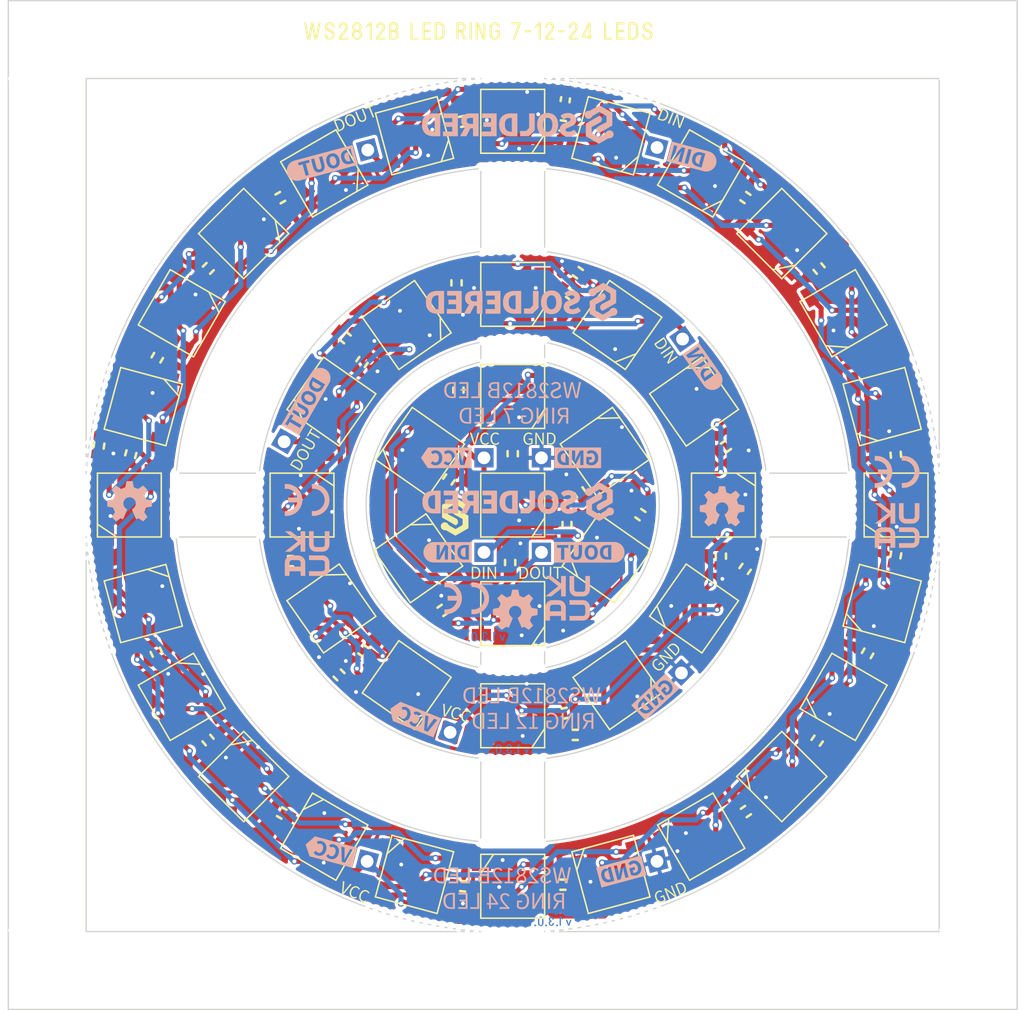
<source format=kicad_pcb>
(kicad_pcb (version 20211014) (generator pcbnew)
  (title_block (title "Smart LED WS2812B Ring7") (date "2023-09-28") (rev "V1.3.0") (company "Soldered") (comment 1 "333055"))
  (layers (0 "F.Cu" signal) (31 "B.Cu" signal) (34 "B.Paste" user) (35 "F.Paste" user) (36 "B.SilkS" user "B.Silkscreen") (37 "F.SilkS" user "F.Silkscreen") (38 "B.Mask" user) (39 "F.Mask" user) (44 "Edge.Cuts" user))
  (net 0 "")
  (net 1 "VCC")
  (net 2 "GND")
  (net 3 "Net-(LED1-Pad2)")
  (net 4 "Net-(LED2-Pad2)")
  (net 5 "Net-(LED3-Pad2)")
  (net 6 "Net-(LED4-Pad2)")
  (net 7 "Net-(LED5-Pad2)")
  (net 8 "Net-(LED6-Pad2)")
  (net 9 "Net-(LED7-Pad2)")
  (net 10 "Net-(LED1-Pad4)")
  (net 11 "Net-(PAD2-Pad1)")
  (net 12 "Net-(LED8-Pad2)")
  (net 13 "Net-(LED8-Pad4)")
  (net 14 "Net-(LED10-Pad4)")
  (net 15 "Net-(LED10-Pad2)")
  (net 16 "Net-(LED11-Pad2)")
  (net 17 "Net-(LED12-Pad2)")
  (net 18 "Net-(LED13-Pad2)")
  (net 19 "Net-(LED14-Pad2)")
  (net 20 "Net-(LED15-Pad2)")
  (net 21 "Net-(LED15-Pad4)")
  (net 22 "Net-(LED16-Pad2)")
  (net 23 "Net-(LED17-Pad2)")
  (net 24 "Net-(LED19-Pad2)")
  (net 25 "Net-(PAD10-Pad1)")
  (net 26 "Net-(LED20-Pad2)")
  (net 27 "Net-(LED20-Pad4)")
  (net 28 "Net-(LED21-Pad2)")
  (net 29 "Net-(LED21-Pad4)")
  (net 30 "Net-(LED22-Pad2)")
  (net 31 "Net-(LED23-Pad2)")
  (net 32 "Net-(LED24-Pad2)")
  (net 33 "Net-(LED25-Pad2)")
  (net 34 "Net-(LED26-Pad2)")
  (net 35 "Net-(LED27-Pad2)")
  (net 36 "Net-(LED28-Pad2)")
  (net 37 "Net-(LED28-Pad4)")
  (net 38 "Net-(LED29-Pad2)")
  (net 39 "Net-(LED30-Pad2)")
  (net 40 "Net-(LED31-Pad2)")
  (net 41 "Net-(LED32-Pad2)")
  (net 42 "Net-(LED33-Pad2)")
  (net 43 "Net-(LED34-Pad2)")
  (net 44 "Net-(LED35-Pad2)")
  (net 45 "Net-(LED36-Pad2)")
  (net 46 "Net-(LED37-Pad2)")
  (net 47 "Net-(LED38-Pad2)")
  (net 48 "Net-(LED39-Pad2)")
  (net 49 "Net-(LED40-Pad2)")
  (net 50 "Net-(LED43-Pad2)")
  (net 51 "Net-(PAD18-Pad1)")
  (footprint "e-radionica.com footprinti:WS2812B LED" (layer "F.Cu") (at 132.57 129.76 -135)
    (fp_text reference "LED21")
    (fp_text value "WS2812B")
  )
  (footprint "e-radionica.com footprinti:PAD_2x1.5" (layer "F.Cu") (at 100.11 136.37 -15)
    (fp_text reference "PAD20")
    (fp_text value "PAD_2x1.5")
  )
  (footprint "Soldered Graphics:Logo-Back-OSH-3.5mm" (layer "F.Cu") (at 111.7 116.7)
    (fp_text reference "G***" hide)
    (fp_text value "LOGO" hide)
  )
  (footprint "e-radionica.com footprinti:HOLE_0.5mm" (layer "F.Cu") (at 79.9 97.1 90)
    (fp_text reference "REF**" hide)
    (fp_text value "HOLE_0.5mm" hide)
  )
  (footprint "e-radionica.com footprinti:FIDUCIAL_23" (layer "F.Cu") (at 111.5 92)
    (fp_text reference "FD2")
    (fp_text value "FIDUCIAL")
  )
  (footprint "e-radionica.com footprinti:HOLE_0.5mm" (layer "F.Cu") (at 117.05 141.5 180)
    (fp_text reference "REF**" hide)
    (fp_text value "HOLE_0.5mm" hide)
  )
  (footprint "e-radionica.com footprinti:WS2812B LED" (layer "F.Cu") (at 125.7 100.4 125)
    (fp_text reference "LED10")
    (fp_text value "WS2812B")
  )
  (footprint "e-radionica.com footprinti:HOLE_0.5mm" (layer "F.Cu") (at 115.05 75.1)
    (fp_text reference "REF**" hide)
    (fp_text value "HOLE_0.5mm" hide)
  )
  (footprint "e-radionica.com footprinti:WS2812B LED" (layer "F.Cu") (at 104.25 104.333334 -125)
    (fp_text reference "LED7")
    (fp_text value "WS2812B")
  )
  (footprint "e-radionica.com footprinti:HOLE_0.5mm" (layer "F.Cu") (at 145.05 109.2 -90)
    (fp_text reference "REF**" hide)
    (fp_text value "HOLE_0.5mm" hide)
  )
  (footprint "e-radionica.com footprinti:HOLE_0.5mm" (layer "F.Cu") (at 149.1 75.1 180)
    (fp_text reference "REF**" hide)
    (fp_text value "HOLE_0.5mm" hide)
  )
  (footprint "e-radionica.com footprinti:HOLE_0.5mm" (layer "F.Cu") (at 78.5 102.3 90)
    (fp_text reference "REF**" hide)
    (fp_text value "HOLE_0.5mm" hide)
  )
  (footprint "e-radionica.com footprinti:PAD_2x1.5" (layer "F.Cu") (at 122.78 136.4 15)
    (fp_text reference "PAD21")
    (fp_text value "PAD_2x1.5")
  )
  (footprint "e-radionica.com footprinti:WS2812B LED" (layer "F.Cu") (at 125.7 116.6 -125)
    (fp_text reference "LED12")
    (fp_text value "WS2812B")
  )
  (footprint "e-radionica.com footprinti:WS2812B LED" (layer "F.Cu") (at 140.43 116.21 -105)
    (fp_text reference "LED38")
    (fp_text value "WS2812B")
  )
  (footprint "e-radionica.com footprinti:HOLE_0.5mm" (layer "F.Cu") (at 111.1 134.9 180)
    (fp_text reference "REF**" hide)
    (fp_text value "HOLE_0.5mm" hide)
  )
  (footprint "e-radionica.com footprinti:HOLE_0.5mm" (layer "F.Cu") (at 109.75 82.1)
    (fp_text reference "REF**" hide)
    (fp_text value "HOLE_0.5mm" hide)
  )
  (footprint "e-radionica.com footprinti:HOLE_0.5mm" (layer "F.Cu") (at 85.1 108.1 90)
    (fp_text reference "REF**" hide)
    (fp_text value "HOLE_0.5mm" hide)
  )
  (footprint "e-radionica.com footprinti:HOLE_0.5mm" (layer "F.Cu") (at 76.2 75.1 180)
    (fp_text reference "REF**" hide)
    (fp_text value "HOLE_0.5mm" hide)
  )
  (footprint "e-radionica.com footprinti:HOLE_0.5mm" (layer "F.Cu") (at 112.85 142 180)
    (fp_text reference "REF**" hide)
    (fp_text value "HOLE_0.5mm" hide)
  )
  (footprint "e-radionica.com footprinti:0603C" (layer "F.Cu") (at 111.3 113 90)
    (fp_text reference "C5")
    (fp_text value "100n")
  )
  (footprint "e-radionica.com footprinti:HOLE_0.5mm" (layer "F.Cu") (at 103.3 75.95)
    (fp_text reference "REF**" hide)
    (fp_text value "HOLE_0.5mm" hide)
  )
  (footprint "e-radionica.com footprinti:PAD_2x1.5" (layer "F.Cu") (at 124.8 95.5 125)
    (fp_text reference "PAD10")
    (fp_text value "PAD_2x1.5")
  )
  (footprint "e-radionica.com footprinti:HOLE_0.5mm" (layer "F.Cu") (at 131.4 110.9 -90)
    (fp_text reference "REF**" hide)
    (fp_text value "HOLE_0.5mm" hide)
  )
  (footprint "e-radionica.com footprinti:HOLE_0.5mm" (layer "F.Cu") (at 100.75 140.25 180)
    (fp_text reference "REF**" hide)
    (fp_text value "HOLE_0.5mm" hide)
  )
  (footprint "e-radionica.com footprinti:HOLE_0.5mm" (layer "F.Cu") (at 111.45 142 180)
    (fp_text reference "REF**" hide)
    (fp_text value "HOLE_0.5mm" hide)
  )
  (footprint "e-radionica.com footprinti:HOLE_0.5mm" (layer "F.Cu") (at 79.95 119.95 90)
    (fp_text reference "REF**" hide)
    (fp_text value "HOLE_0.5mm" hide)
  )
  (footprint "e-radionica.com footprinti:HOLE_0.5mm" (layer "F.Cu") (at 120.3 76.1)
    (fp_text reference "REF**" hide)
    (fp_text value "HOLE_0.5mm" hide)
  )
  (footprint "e-radionica.com footprinti:HOLE_0.5mm" (layer "F.Cu") (at 150.7 75.1 180)
    (fp_text reference "REF**" hide)
    (fp_text value "HOLE_0.5mm" hide)
  )
  (footprint "e-radionica.com footprinti:HOLE_0.5mm" (layer "F.Cu") (at 73.8 141.8 180)
    (fp_text reference "REF**" hide)
    (fp_text value "HOLE_0.5mm" hide)
  )
  (footprint "e-radionica.com footprinti:HOLE_0.5mm" (layer "F.Cu") (at 112.55 82.05)
    (fp_text reference "REF**" hide)
    (fp_text value "HOLE_0.5mm" hide)
  )
  (footprint "e-radionica.com footprinti:PAD_2x1.5" (layer "F.Cu") (at 100.11 136.37 -15)
    (fp_text reference "PAD24")
    (fp_text value "PAD_2x1.5")
  )
  (footprint "e-radionica.com footprinti:HOLE_0.5mm" (layer "F.Cu") (at 107.25 141.75 180)
    (fp_text reference "REF**" hide)
    (fp_text value "HOLE_0.5mm" hide)
  )
  (footprint "e-radionica.com footprinti:HOLE_0.5mm" (layer "F.Cu") (at 109 134.8 180)
    (fp_text reference "REF**" hide)
    (fp_text value "HOLE_0.5mm" hide)
  )
  (footprint "e-radionica.com footprinti:HOLE_0.5mm" (layer "F.Cu") (at 131.45 110.2 -90)
    (fp_text reference "REF**" hide)
    (fp_text value "HOLE_0.5mm" hide)
  )
  (footprint "Soldered Graphics:Logo-Back-SolderedFULL-15mm" (layer "F.Cu") (at 111.93 108.24)
    (fp_text reference "REF**" hide)
    (fp_text value "Logo-Front-SolderedFULL-15mm" hide)
  )
  (footprint "e-radionica.com footprinti:HOLE_0.5mm" (layer "F.Cu") (at 112.15 142 180)
    (fp_text reference "REF**" hide)
    (fp_text value "HOLE_0.5mm" hide)
  )
  (footprint "e-radionica.com footprinti:HOLE_0.5mm" (layer "F.Cu") (at 110.5 88.45)
    (fp_text reference "REF**" hide)
    (fp_text value "HOLE_0.5mm" hide)
  )
  (footprint "e-radionica.com footprinti:HOLE_0.5mm" (layer "F.Cu") (at 113.3 97.1)
    (fp_text reference "REF**" hide)
    (fp_text value "HOLE_0.5mm" hide)
  )
  (footprint "e-radionica.com footprinti:0603C" (layer "F.Cu") (at 87.663812 89.966188 -135)
    (fp_text reference "C26")
    (fp_text value "100n")
  )
  (footprint "Soldered Graphics:Logo-Back-UKCA-3.5mm" (layer "F.Cu") (at 141.6 110.1)
    (fp_text reference "REF**" hide)
    (fp_text value "Logo-Back-UKCA-3.5mm" hide)
  )
  (footprint "e-radionica.com footprinti:PAD_2x1.5" (layer "F.Cu") (at 122.78 80.52 -15)
    (fp_text reference "PAD19")
    (fp_text value "PAD_2x1.5")
  )
  (footprint "e-radionica.com footprinti:HOLE_0.5mm" (layer "F.Cu") (at 118.35 75.65)
    (fp_text reference "REF**" hide)
    (fp_text value "HOLE_0.5mm" hide)
  )
  (footprint "e-radionica.com footprinti:HOLE_0.5mm" (layer "F.Cu") (at 111.85 128.5 180)
    (fp_text reference "REF**" hide)
    (fp_text value "HOLE_0.5mm" hide)
  )
  (footprint "e-radionica.com footprinti:HOLE_0.5mm" (layer "F.Cu") (at 79.1 99.7 90)
    (fp_text reference "REF**" hide)
    (fp_text value "HOLE_0.5mm" hide)
  )
  (footprint "e-radionica.com footprinti:HOLE_0.5mm" (layer "F.Cu") (at 109.45 75)
    (fp_text reference "REF**" hide)
    (fp_text value "HOLE_0.5mm" hide)
  )
  (footprint "e-radionica.com footprinti:0603C" (layer "F.Cu") (at 106 116.75 35)
    (fp_text reference "C6")
    (fp_text value "100n")
  )
  (footprint "e-radionica.com footprinti:0603C" (layer "F.Cu") (at 129.7 113.5 55)
    (fp_text reference "C12")
    (fp_text value "100n")
  )
  (footprint "e-radionica.com footprinti:HOLE_0.5mm" (layer "F.Cu") (at 110.05 142 180)
    (fp_text reference "REF**" hide)
    (fp_text value "HOLE_0.5mm" hide)
  )
  (footprint "e-radionica.com footprinti:WS2812B LED" (layer "F.Cu") (at 111.5 78.45)
    (fp_text reference "LED20")
    (fp_text value "WS2812B")
  )
  (footprint "e-radionica.com footprinti:0603C" (layer "F.Cu") (at 107.57 78.46 -168)
    (fp_text reference "C40")
    (fp_text value "100n")
  )
  (footprint "e-radionica.com footprinti:HOLE_0.5mm" (layer "F.Cu") (at 131.5 109.5 -90)
    (fp_text reference "REF**" hide)
    (fp_text value "HOLE_0.5mm" hide)
  )
  (footprint "e-radionica.com footprinti:HOLE_0.5mm" (layer "F.Cu") (at 148.3 75.1 180)
    (fp_text reference "REF**" hide)
    (fp_text value "HOLE_0.5mm" hide)
  )
  (footprint "e-radionica.com footprinti:HOLE_0.5mm" (layer "F.Cu") (at 131.5 108.8 -90)
    (fp_text reference "REF**" hide)
    (fp_text value "HOLE_0.5mm" hide)
  )
  (footprint "e-radionica.com footprinti:HOLE_0.5mm" (layer "F.Cu") (at 103.95 75.8)
    (fp_text reference "REF**" hide)
    (fp_text value "HOLE_0.5mm" hide)
  )
  (footprint "e-radionica.com footprinti:HOLE_0.5mm" (layer "F.Cu") (at 144.65 103.6 -90)
    (fp_text reference "REF**" hide)
    (fp_text value "HOLE_0.5mm" hide)
  )
  (footprint "e-radionica.com footprinti:PAD_2x1.5" (layer "F.Cu") (at 124.7 121.6 135)
    (fp_text reference "PAD9")
    (fp_text value "PAD_2x1.5")
  )
  (footprint "e-radionica.com footprinti:HOLE_0.5mm" (layer "F.Cu") (at 105.3 141.45 180)
    (fp_text reference "REF**" hide)
    (fp_text value "HOLE_0.5mm" hide)
  )
  (footprint "e-radionica.com footprinti:0603C" (layer "F.Cu") (at 98.4 95.4 -40)
    (fp_text reference "C19")
    (fp_text value "100n")
  )
  (footprint "e-radionica.com footprinti:HOLE_0.5mm" (layer "F.Cu") (at 79.7 119.3 90)
    (fp_text reference "REF**" hide)
    (fp_text value "HOLE_0.5mm" hide)
  )
  (footprint "e-radionica.com footprinti:HOLE_0.5mm" (layer "F.Cu") (at 144.75 104.3 -90)
    (fp_text reference "REF**" hide)
    (fp_text value "HOLE_0.5mm" hide)
  )
  (footprint "e-radionica.com footprinti:HOLE_0.5mm" (layer "F.Cu") (at 112.55 128.5 180)
    (fp_text reference "REF**" hide)
    (fp_text value "HOLE_0.5mm" hide)
  )
  (footprint "e-radionica.com footprinti:WS2812B LED" (layer "F.Cu") (at 118.7 104.33334 125)
    (fp_text reference "LED3")
    (fp_text value "WS2812B")
  )
  (footprint "e-radionica.com footprinti:HOLE_0.5mm" (layer "F.Cu") (at 114.35 75.05)
    (fp_text reference "REF**" hide)
    (fp_text value "HOLE_0.5mm" hide)
  )
  (footprint "e-radionica.com footprinti:0603C" (layer "F.Cu") (at 107.25 99.5 -90)
    (fp_text reference "C2")
    (fp_text value "100n")
  )
  (footprint "e-radionica.com footprinti:0603C" (layer "F.Cu") (at 116.6 90.3 145)
    (fp_text reference "C9")
    (fp_text value "100n")
  )
  (footprint "e-radionica.com footprinti:WS2812B LED" (layer "F.Cu") (at 126.26 82.53 -30)
    (fp_text reference "LED24")
    (fp_text value "WS2812B")
  )
  (footprint "e-radionica.com footprinti:HOLE_0.5mm" (layer "F.Cu") (at 111.2 88.45)
    (fp_text reference "REF**" hide)
    (fp_text value "HOLE_0.5mm" hide)
  )
  (footprint "Soldered Graphics:Logo-Back-SolderedFULL-15mm" (layer "F.Cu") (at 111.9 78.7)
    (fp_text reference "REF**" hide)
    (fp_text value "Logo-Front-SolderedFULL-15mm" hide)
  )
  (footprint "buzzardLabel" (layer "F.Cu") (at 108.8 71.4)
    (fp_text reference "")
    (fp_text value "")
  )
  (footprint "e-radionica.com footprinti:HOLE_0.5mm" (layer "F.Cu") (at 137.9 110.25 -90)
    (fp_text reference "REF**" hide)
    (fp_text value "HOLE_0.5mm" hide)
  )
  (footprint "e-radionica.com footprinti:HOLE_0.5mm" (layer "F.Cu") (at 145.9 141.8 180)
    (fp_text reference "REF**" hide)
    (fp_text value "HOLE_0.5mm" hide)
  )
  (footprint "e-radionica.com footprinti:HOLE_0.5mm" (layer "F.Cu") (at 111.9 88.45)
    (fp_text reference "REF**" hide)
    (fp_text value "HOLE_0.5mm" hide)
  )
  (footprint "e-radionica.com footprinti:HOLE_0.5mm" (layer "F.Cu") (at 110.15 74.95)
    (fp_text reference "REF**" hide)
    (fp_text value "HOLE_0.5mm" hide)
  )
  (footprint "kibuzzard-651575FD" (layer "F.Cu") (at 99.1 138.8 -22)
    (fp_text reference "kibuzzard-651575FD" hide)
    (fp_text value "G***" hide)
  )
  (footprint "e-radionica.com footprinti:HOLE_0.5mm" (layer "F.Cu") (at 144.55 102.9 -90)
    (fp_text reference "REF**" hide)
    (fp_text value "HOLE_0.5mm" hide)
  )
  (footprint "e-radionica.com footprinti:HOLE_0.5mm" (layer "F.Cu") (at 78.15 104.25 90)
    (fp_text reference "REF**" hide)
    (fp_text value "HOLE_0.5mm" hide)
  )
  (footprint "e-radionica.com footprinti:HOLE_0.5mm" (layer "F.Cu") (at 113.65 75)
    (fp_text reference "REF**" hide)
    (fp_text value "HOLE_0.5mm" hide)
  )
  (footprint "e-radionica.com footprinti:HOLE_0.5mm" (layer "F.Cu") (at 79.5 98.4 90)
    (fp_text reference "REF**" hide)
    (fp_text value "HOLE_0.5mm" hide)
  )
  (footprint "e-radionica.com footprinti:FIDUCIAL_23" (layer "F.Cu") (at 118.7 104.33334)
    (fp_text reference "FD1")
    (fp_text value "FIDUCIAL")
  )
  (footprint "e-radionica.com footprinti:HOLE_0.5mm" (layer "F.Cu") (at 91.6 106.05 90)
    (fp_text reference "REF**" hide)
    (fp_text value "HOLE_0.5mm" hide)
  )
  (footprint "e-radionica.com footprinti:WS2812B LED" (layer "F.Cu") (at 103.2 94.4 35)
    (fp_text reference "LED19")
    (fp_text value "WS2812B")
  )
  (footprint "e-radionica.com footprinti:HOLE_0.5mm" (layer "F.Cu") (at 111.9 95.55)
    (fp_text reference "REF**" hide)
    (fp_text value "HOLE_0.5mm" hide)
  )
  (footprint "e-radionica.com footprinti:HOLE_0.5mm" (layer "F.Cu") (at 78.65 115.4 90)
    (fp_text reference "REF**" hide)
    (fp_text value "HOLE_0.5mm" hide)
  )
  (footprint "e-radionica.com footprinti:HOLE_0.5mm" (layer "F.Cu") (at 149.9 75.1 180)
    (fp_text reference "REF**" hide)
    (fp_text value "HOLE_0.5mm" hide)
  )
  (footprint "e-radionica.com footprinti:HOLE_0.5mm" (layer "F.Cu") (at 100.1 140.05 180)
    (fp_text reference "REF**" hide)
    (fp_text value "HOLE_0.5mm" hide)
  )
  (footprint "e-radionica.com footprinti:HOLE_0.5mm" (layer "F.Cu") (at 78.8 101 90)
    (fp_text reference "REF**" hide)
    (fp_text value "HOLE_0.5mm" hide)
  )
  (footprint "e-radionica.com footprinti:HOLE_0.5mm" (layer "F.Cu") (at 77.95 109.15 90)
    (fp_text reference "REF**" hide)
    (fp_text value "HOLE_0.5mm" hide)
  )
  (footprint "e-radionica.com footprinti:HOLE_0.5mm" (layer "F.Cu") (at 72.2 141.8 180)
    (fp_text reference "REF**" hide)
    (fp_text value "HOLE_0.5mm" hide)
  )
  (footprint "e-radionica.com footprinti:HOLE_0.5mm" (layer "F.Cu") (at 107.35 75.25)
    (fp_text reference "REF**" hide)
    (fp_text value "HOLE_0.5mm" hide)
  )
  (footprint "e-radionica.com footprinti:0603R" (layer "F.Cu") (at 115.62 76.76 82)
    (fp_text reference "R3")
    (fp_text value "100")
  )
  (footprint "e-radionica.com footprinti:HOLE_0.5mm" (layer "F.Cu") (at 78.8 116.05 90)
    (fp_text reference "REF**" hide)
    (fp_text value "HOLE_0.5mm" hide)
  )
  (footprint "e-radionica.com footprinti:0603C" (layer "F.Cu") (at 135.49 89.98 130)
    (fp_text reference "C39")
    (fp_text value "100n")
  )
  (footprint "e-radionica.com footprinti:HOLE_0.5mm" (layer "F.Cu") (at 144.7 113.35 -90)
    (fp_text reference "REF**" hide)
    (fp_text value "HOLE_0.5mm" hide)
  )
  (footprint "e-radionica.com footprinti:0603C" (layer "F.Cu") (at 116.4 126.5 180)
    (fp_text reference "C14")
    (fp_text value "100n")
  )
  (footprint "e-radionica.com footprinti:HOLE_0.5mm" (layer "F.Cu") (at 115.75 75.2)
    (fp_text reference "REF**" hide)
    (fp_text value "HOLE_0.5mm" hide)
  )
  (footprint "e-radionica.com footprinti:HOLE_0.5mm" (layer "F.Cu") (at 109.05 119.8 180)
    (fp_text reference "REF**" hide)
    (fp_text value "HOLE_0.5mm" hide)
  )
  (footprint "e-radionica.com footprinti:HOLE_0.5mm" (layer "F.Cu") (at 105.25 75.55)
    (fp_text reference "REF**" hide)
    (fp_text value "HOLE_0.5mm" hide)
  )
  (footprint "e-radionica.com footprinti:HOLE_0.5mm" (layer "F.Cu") (at 85.15 106.7 90)
    (fp_text reference "REF**" hide)
    (fp_text value "HOLE_0.5mm" hide)
  )
  (footprint "e-radionica.com footprinti:WS2812B LED" (layer "F.Cu") (at 128 108.5 90)
    (fp_text reference "LED11")
    (fp_text value "WS2812B")
  )
  (footprint "e-radionica.com footprinti:HOLE_0.5mm" (layer "F.Cu") (at 121.65 140.45 180)
    (fp_text reference "REF**" hide)
    (fp_text value "HOLE_0.5mm" hide)
  )
  (footprint "e-radionica.com footprinti:PAD_2x1.5" (layer "F.Cu") (at 100.14 80.68 15)
    (fp_text reference "PAD22")
    (fp_text value "PAD_2x1.5")
  )
  (footprint "e-radionica.com footprinti:PAD_2x1.5" (layer "F.Cu") (at 113.75 104.8)
    (fp_text reference "PAD4")
    (fp_text value "PAD_2x1.5")
  )
  (footprint "e-radionica.com footprinti:HOLE_0.5mm" (layer "F.Cu") (at 137.9 106.75 -90)
    (fp_text reference "REF**" hide)
    (fp_text value "HOLE_0.5mm" hide)
  )
  (footprint "e-radionica.com footprinti:HOLE_0.5mm" (layer "F.Cu") (at 91.5 108.15 90)
    (fp_text reference "REF**" hide)
    (fp_text value "HOLE_0.5mm" hide)
  )
  (footprint "e-radionica.com footprinti:0603C" (layer "F.Cu") (at 115.41 78.8 172)
    (fp_text reference "C42")
    (fp_text value "100n")
  )
  (footprint "e-radionica.com footprinti:WS2812B LED" (layer "F.Cu") (at 95 108.5 90)
    (fp_text reference "LED15")
    (fp_text value "WS2812B")
  )
  (footprint "e-radionica.com footprinti:HOLE_0.5mm" (layer "F.Cu") (at 113.25 119.85 180)
    (fp_text reference "REF**" hide)
    (fp_text value "HOLE_0.5mm" hide)
  )
  (footprint "e-radionica.com footprinti:HOLE_0.5mm" (layer "F.Cu") (at 114 95.75)
    (fp_text reference "REF**" hide)
    (fp_text value "HOLE_0.5mm" hide)
  )
  (footprint "kibuzzard-651575D0" (layer "F.Cu") (at 113.7 113.8)
    (fp_text reference "kibuzzard-651575D0" hide)
    (fp_text value "G***" hide)
  )
  (footprint "e-radionica.com footprinti:HOLE_0.5mm" (layer "F.Cu") (at 121 140.65 180)
    (fp_text reference "REF**" hide)
    (fp_text value "HOLE_0.5mm" hide)
  )
  (footprint "e-radionica.com footprinti:HOLE_0.5mm" (layer "F.Cu") (at 144.8 112.7 -90)
    (fp_text reference "REF**" hide)
    (fp_text value "HOLE_0.5mm" hide)
  )
  (footprint "Soldered Graphics:Logo-Back-UKCA-3.5mm" (layer "F.Cu") (at 95.4 112.3)
    (fp_text reference "REF**" hide)
    (fp_text value "Logo-Back-UKCA-3.5mm" hide)
  )
  (footprint "e-radionica.com footprinti:HOLE_0.5mm" (layer "F.Cu") (at 120.95 76.3)
    (fp_text reference "REF**" hide)
    (fp_text value "HOLE_0.5mm" hide)
  )
  (footprint "e-radionica.com footprinti:HOLE_0.5mm" (layer "F.Cu") (at 118.4 141.3 180)
    (fp_text reference "REF**" hide)
    (fp_text value "HOLE_0.5mm" hide)
  )
  (footprint "e-radionica.com footprinti:HOLE_0.5mm" (layer "F.Cu") (at 75.4 75.1 180)
    (fp_text reference "REF**" hide)
    (fp_text value "HOLE_0.5mm" hide)
  )
  (footprint "e-radionica.com footprinti:HOLE_0.5mm" (layer "F.Cu") (at 79.3 99.05 90)
    (fp_text reference "REF**" hide)
    (fp_text value "HOLE_0.5mm" hide)
  )
  (footprint "e-radionica.com footprinti:HOLE_0.5mm" (layer "F.Cu") (at 122.95 140 180)
    (fp_text reference "REF**" hide)
    (fp_text value "HOLE_0.5mm" hide)
  )
  (footprint "e-radionica.com footprinti:HOLE_0.5mm" (layer "F.Cu") (at 109.75 119.9 180)
    (fp_text reference "REF**" hide)
    (fp_text value "HOLE_0.5mm" hide)
  )
  (footprint "e-radionica.com footprinti:HOLE_0.5mm" (layer "F.Cu") (at 143.3 119.2 -90)
    (fp_text reference "REF**" hide)
    (fp_text value "HOLE_0.5mm" hide)
  )
  (footprint "e-radionica.com footprinti:HOLE_0.5mm" (layer "F.Cu") (at 85.1 107.4 90)
    (fp_text reference "REF**" hide)
    (fp_text value "HOLE_0.5mm" hide)
  )
  (footprint "e-radionica.com footprinti:HOLE_0.5mm" (layer "F.Cu") (at 143.7 98.95 -90)
    (fp_text reference "REF**" hide)
    (fp_text value "HOLE_0.5mm" hide)
  )
  (footprint "e-radionica.com footprinti:0603C" (layer "F.Cu") (at 94.1 112.9)
    (fp_text reference "C17")
    (fp_text value "100n")
  )
  (footprint "e-radionica.com footprinti:HOLE_0.5mm" (layer "F.Cu") (at 112.6 95.55)
    (fp_text reference "REF**" hide)
    (fp_text value "HOLE_0.5mm" hide)
  )
  (footprint "e-radionica.com footprinti:HOLE_0.5mm" (layer "F.Cu") (at 85.1 109.5 90)
    (fp_text reference "REF**" hide)
    (fp_text value "HOLE_0.5mm" hide)
  )
  (footprint "e-radionica.com footprinti:HOLE_0.5mm" (layer "F.Cu") (at 113.9 121.15 180)
    (fp_text reference "REF**" hide)
    (fp_text value "HOLE_0.5mm" hide)
  )
  (footprint "e-radionica.com footprinti:WS2812B LED" (layer "F.Cu") (at 119.7 122.6 35)
    (fp_text reference "LED13")
    (fp_text value "WS2812B")
  )
  (footprint "e-radionica.com footprinti:HOLE_0.5mm" (layer "F.Cu") (at 78.15 111.95 90)
    (fp_text reference "REF**" hide)
    (fp_text value "HOLE_0.5mm" hide)
  )
  (footprint "e-radionica.com footprinti:HOLE_0.5mm" (layer "F.Cu") (at 144.85 105 -90)
    (fp_text reference "REF**" hide)
    (fp_text value "HOLE_0.5mm" hide)
  )
  (footprint "e-radionica.com footprinti:HOLE_0.5mm" (layer "F.Cu") (at 111.15 128.5 180)
    (fp_text reference "REF**" hide)
    (fp_text value "HOLE_0.5mm" hide)
  )
  (footprint "e-radionica.com footprinti:HOLE_0.5mm" (layer "F.Cu") (at 147.5 141.8 180)
    (fp_text reference "REF**" hide)
    (fp_text value "HOLE_0.5mm" hide)
  )
  (footprint "e-radionica.com footprinti:HOLE_0.5mm" (layer "F.Cu") (at 108.05 75.15)
    (fp_text reference "REF**" hide)
    (fp_text value "HOLE_0.5mm" hide)
  )
  (footprint "e-radionica.com footprinti:HOLE_0.5mm" (layer "F.Cu") (at 122.9 76.9)
    (fp_text reference "REF**" hide)
    (fp_text value "HOLE_0.5mm" hide)
  )
  (footprint "e-radionica.com footprinti:HOLE_0.5mm" (layer "F.Cu") (at 144.2 115.95 -90)
    (fp_text reference "REF**" hide)
    (fp_text value "HOLE_0.5mm" hide)
  )
  (footprint "e-radionica.com footprinti:PAD_2x1.5" (layer "F.Cu") (at 100.14 80.68 15)
    (fp_text reference "PAD23")
    (fp_text value "PAD_2x1.5")
  )
  (footprint "e-radionica.com footprinti:HOLE_0.5mm" (layer "F.Cu") (at 78.05 105.65 90)
    (fp_text reference "REF**" hide)
    (fp_text value "HOLE_0.5mm" hide)
  )
  (footprint "e-radionica.com footprinti:HOLE_0.5mm" (layer "F.Cu") (at 143.5 118.55 -90)
    (fp_text reference "REF**" hide)
    (fp_text value "HOLE_0.5mm" hide)
  )
  (footprint "e-radionica.com footprinti:HOLE_0.5mm" (layer "F.Cu") (at 109.8 97.15)
    (fp_text reference "REF**" hide)
    (fp_text value "HOLE_0.5mm" hide)
  )
  (footprint "e-radionica.com footprinti:HOLE_0.5mm" (layer "F.Cu") (at 144.95 111.3 -90)
    (fp_text reference "REF**" hide)
    (fp_text value "HOLE_0.5mm" hide)
  )
  (footprint "e-radionica.com footprinti:HOLE_0.5mm" (layer "F.Cu") (at 85.1 108.8 90)
    (fp_text reference "REF**" hide)
    (fp_text value "HOLE_0.5mm" hide)
  )
  (footprint "e-radionica.com footprinti:0603C" (layer "F.Cu") (at 135.34 126.95 55)
    (fp_text reference "C22")
    (fp_text value "100n")
  )
  (footprint "e-radionica.com footprinti:HOLE_0.5mm" (layer "F.Cu") (at 73 141.8 180)
    (fp_text reference "REF**" hide)
    (fp_text value "HOLE_0.5mm" hide)
  )
  (footprint "e-radionica.com footprinti:0603C" (layer "F.Cu") (at 107.61 138.35 -5)
    (fp_text reference "C24")
    (fp_text value "100n")
  )
  (footprint "e-radionica.com footprinti:HOLE_0.5mm" (layer "F.Cu") (at 78.1 104.95 90)
    (fp_text reference "REF**" hide)
    (fp_text value "HOLE_0.5mm" hide)
  )
  (footprint "e-radionica.com footprinti:HOLE_0.5mm" (layer "F.Cu") (at 143.5 98.3 -90)
    (fp_text reference "REF**" hide)
    (fp_text value "HOLE_0.5mm" hide)
  )
  (footprint "e-radionica.com footprinti:HOLE_0.5mm" (layer "F.Cu") (at 111.2 95.55)
    (fp_text reference "REF**" hide)
    (fp_text value "HOLE_0.5mm" hide)
  )
  (footprint "e-radionica.com footprinti:HOLE_0.5mm" (layer "F.Cu") (at 143.1 119.85 -90)
    (fp_text reference "REF**" hide)
    (fp_text value "HOLE_0.5mm" hide)
  )
  (footprint "e-radionica.com footprinti:HOLE_0.5mm" (layer "F.Cu") (at 117.7 75.5)
    (fp_text reference "REF**" hide)
    (fp_text value "HOLE_0.5mm" hide)
  )
  (footprint "e-radionica.com footprinti:HOLE_0.5mm" (layer "F.Cu") (at 149.9 141.8 180)
    (fp_text reference "REF**" hide)
    (fp_text value "HOLE_0.5mm" hide)
  )
  (footprint "e-radionica.com footprinti:HOLE_0.5mm" (layer "F.Cu") (at 110.85 74.95)
    (fp_text reference "REF**" hide)
    (fp_text value "HOLE_0.5mm" hide)
  )
  (footprint "e-radionica.com footprinti:HOLE_0.5mm" (layer "F.Cu") (at 119.7 141 180)
    (fp_text reference "REF**" hide)
    (fp_text value "HOLE_0.5mm" hide)
  )
  (footprint "e-radionica.com footprinti:HOLE_0.5mm" (layer "F.Cu") (at 108.65 141.9 180)
    (fp_text reference "REF**" hide)
    (fp_text value "HOLE_0.5mm" hide)
  )
  (footprint "e-radionica.com footprinti:WS2812B LED" (layer "F.Cu") (at 81.48 108.5 -90)
    (fp_text reference "LED28")
    (fp_text value "WS2812B")
  )
  (footprint "e-radionica.com footprinti:HOLE_0.5mm" (layer "F.Cu") (at 111.15 120 180)
    (fp_text reference "REF**" hide)
    (fp_text value "HOLE_0.5mm" hide)
  )
  (footprint "e-radionica.com footprinti:WS2812B LED" (layer "F.Cu") (at 103.2 122.6 -35)
    (fp_text reference "LED16")
    (fp_text value "WS2812B")
  )
  (footprint "e-radionica.com footprinti:PAD_2x1.5" (layer "F.Cu") (at 122.78 80.52 -15)
    (fp_text reference "PAD18")
    (fp_text value "PAD_2x1.5")
  )
  (footprint "kibuzzard-651575F3" (layer "F.Cu") (at 123.5 120.4 45)
    (fp_text reference "kibuzzard-651575F3" hide)
    (fp_text value "G***" hide)
  )
  (footprint "e-radionica.com footprinti:HOLE_0.5mm" (layer "F.Cu") (at 149.1 141.8 180)
    (fp_text reference "REF**" hide)
    (fp_text value "HOLE_0.5mm" hide)
  )
  (footprint "e-radionica.com footprinti:WS2812B LED" (layer "F.Cu") (at 111.5 92)
    (fp_text reference "LED8")
    (fp_text value "WS2812B")
  )
  (footprint "e-radionica.com footprinti:HOLE_0.5mm" (layer "F.Cu") (at 113.25 128.45 180)
    (fp_text reference "REF**" hide)
    (fp_text value "HOLE_0.5mm" hide)
  )
  (footprint "e-radionica.com footprinti:HOLE_0.5mm" (layer "F.Cu") (at 109.1 88.55)
    (fp_text reference "REF**" hide)
    (fp_text value "HOLE_0.5mm" hide)
  )
  (footprint "e-radionica.com footprinti:0603R" (layer "F.Cu") (at 116 92 -35)
    (fp_text reference "R2")
    (fp_text value "100")
  )
  (footprint "e-radionica.com footprinti:HOLE_0.5mm" (layer "F.Cu") (at 143.05 97 -90)
    (fp_text reference "REF**" hide)
    (fp_text value "HOLE_0.5mm" hide)
  )
  (footprint "e-radionica.com footprinti:HOLE_0.5mm" (layer "F.Cu") (at 145 110.6 -90)
    (fp_text reference "REF**" hide)
    (fp_text value "HOLE_0.5mm" hide)
  )
  (footprint "e-radionica.com footprinti:HOLE_0.5mm" (layer "F.Cu") (at 144.05 100.25 -90)
    (fp_text reference "REF**" hide)
    (fp_text value "HOLE_0.5mm" hide)
  )
  (footprint "e-radionica.com footprinti:WS2812B LED" (layer "F.Cu") (at 97.3 116.6 125)
    (fp_text reference "LED18")
    (fp_text value "WS2812B")
  )
  (footprint "e-radionica.com footprinti:HOLE_0.5mm" (layer "F.Cu") (at 114 97.2)
    (fp_text reference "REF**" hide)
    (fp_text value "HOLE_0.5mm" hide)
  )
  (footprint "e-radionica.com footprinti:0603C" (layer "F.Cu") (at 141.5 104.56 95)
    (fp_text reference "C41")
    (fp_text value "100n")
  )
  (footprint "e-radionica.com footprinti:HOLE_0.5mm" (layer "F.Cu") (at 91.5 108.85 90)
    (fp_text reference "REF**" hide)
    (fp_text value "HOLE_0.5mm" hide)
  )
  (footprint "e-radionica.com footprinti:HOLE_0.5mm" (layer "F.Cu") (at 144.45 102.2 -90)
    (fp_text reference "REF**" hide)
    (fp_text value "HOLE_0.5mm" hide)
  )
  (footprint "e-radionica.com footprinti:HOLE_0.5mm" (layer "F.Cu") (at 131.4 106 -90)
    (fp_text reference "REF**" hide)
    (fp_text value "HOLE_0.5mm" hide)
  )
  (footprint "Soldered Graphics:Logo-Back-OSH-3.5mm" (layer "F.Cu") (at 127.9 108.6)
    (fp_text reference "G***" hide)
    (fp_text value "LOGO" hide)
  )
  (footprint "e-radionica.com footprinti:WS2812B LED" (layer "F.Cu") (at 111.5 100)
    (fp_text reference "LED2")
    (fp_text value "WS2812B")
  )
  (footprint "e-radionica.com footprinti:HOLE_0.5mm" (layer "F.Cu") (at 109.1 95.8)
    (fp_text reference "REF**" hide)
    (fp_text value "HOLE_0.5mm" hide)
  )
  (footprint "e-radionica.com footprinti:HOLE_0.5mm" (layer "F.Cu") (at 77.95 107.05 90)
    (fp_text reference "REF**" hide)
    (fp_text value "HOLE_0.5mm" hide)
  )
  (footprint "Soldered Graphics:Logo-Back-CE-3.5mm" (layer "F.Cu") (at 141.6 105.9)
    (fp_text reference "REF**" hide)
    (fp_text value "Logo-Back-CE-3.5mm" hide)
  )
  (footprint "e-radionica.com footprinti:0603C" (layer "F.Cu") (at 129.76 132.5 35)
    (fp_text reference "C36")
    (fp_text value "100n")
  )
  (footprint "e-radionica.com footprinti:HOLE_0.5mm" (layer "F.Cu") (at 147.5 75.1 180)
    (fp_text reference "REF**" hide)
    (fp_text value "HOLE_0.5mm" hide)
  )
  (footprint "e-radionica.com footprinti:HOLE_0.5mm" (layer "F.Cu") (at 113.3 88.5)
    (fp_text reference "REF**" hide)
    (fp_text value "HOLE_0.5mm" hide)
  )
  (footprint "e-radionica.com footprinti:HOLE_0.5mm" (layer "F.Cu") (at 112.95 74.95)
    (fp_text reference "REF**" hide)
    (fp_text value "HOLE_0.5mm" hide)
  )
  (footprint "e-radionica.com footprinti:HOLE_0.5mm" (layer "F.Cu") (at 145.1 75.1 180)
    (fp_text reference "REF**" hide)
    (fp_text value "HOLE_0.5mm" hide)
  )
  (footprint "e-radionica.com footprinti:HOLE_0.5mm" (layer "F.Cu") (at 79.1 117.35 90)
    (fp_text reference "REF**" hide)
    (fp_text value "HOLE_0.5mm" hide)
  )
  (footprint "e-radionica.com footprinti:HOLE_0.5mm" (layer "F.Cu") (at 144.2 100.9 -90)
    (fp_text reference "REF**" hide)
    (fp_text value "HOLE_0.5mm" hide)
  )
  (footprint "e-radionica.com footprinti:HOLE_0.5mm" (layer "F.Cu") (at 77.8 75.1 180)
    (fp_text reference "REF**" hide)
    (fp_text value "HOLE_0.5mm" hide)
  )
  (footprint "e-radionica.com footprinti:HOLE_0.5mm" (layer "F.Cu") (at 119 75.8)
    (fp_text reference "REF**" hide)
    (fp_text value "HOLE_0.5mm" hide)
  )
  (footprint "e-radionica.com footprinti:PAD_2x1.5" (layer "F.Cu") (at 124.7 121.6 135)
    (fp_text reference "PAD13")
    (fp_text value "PAD_2x1.5")
  )
  (footprint "e-radionica.com footprinti:HOLE_0.5mm" (layer "F.Cu") (at 110.5 95.6)
    (fp_text reference "REF**" hide)
    (fp_text value "HOLE_0.5mm" hide)
  )
  (footprint "e-radionica.com footprinti:HOLE_0.5mm" (layer "F.Cu") (at 111.15 82.05)
    (fp_text reference "REF**" hide)
    (fp_text value "HOLE_0.5mm" hide)
  )
  (footprint "e-radionica.com footprinti:HOLE_0.5mm" (layer "F.Cu") (at 144.35 115.3 -90)
    (fp_text reference "REF**" hide)
    (fp_text value "HOLE_0.5mm" hide)
  )
  (footprint "e-radionica.com footprinti:HOLE_0.5mm" (layer "F.Cu") (at 143.3 97.65 -90)
    (fp_text reference "REF**" hide)
    (fp_text value "HOLE_0.5mm" hide)
  )
  (footprint "e-radionica.com footprinti:HOLE_0.5mm" (layer "F.Cu") (at 131.5 108.1 -90)
    (fp_text reference "REF**" hide)
    (fp_text value "HOLE_0.5mm" hide)
  )
  (footprint "e-radionica.com footprinti:HOLE_0.5mm" (layer "F.Cu") (at 79.3 118 90)
    (fp_text reference "REF**" hide)
    (fp_text value "HOLE_0.5mm" hide)
  )
  (footprint "e-radionica.com footprinti:HOLE_0.5mm" (layer "F.Cu") (at 109.8 95.7)
    (fp_text reference "REF**" hide)
    (fp_text value "HOLE_0.5mm" hide)
  )
  (footprint "e-radionica.com footprinti:HOLE_0.5mm" (layer "F.Cu") (at 113.95 119.75 180)
    (fp_text reference "REF**" hide)
    (fp_text value "HOLE_0.5mm" hide)
  )
  (footprint "e-radionica.com footprinti:0603C" (layer "F.Cu") (at 79.1 103.83 -98)
    (fp_text reference "C25")
    (fp_text value "100n")
  )
  (footprint "e-radionica.com footprinti:WS2812B LED" (layer "F.Cu") (at 90.43 129.76 135)
    (fp_text reference "LED36")
    (fp_text value "WS2812B")
  )
  (footprint "e-radionica.com footprinti:HOLE_0.5mm" (layer "F.Cu") (at 79.7 97.75 90)
    (fp_text reference "REF**" hide)
    (fp_text value "HOLE_0.5mm" hide)
  )
  (footprint "e-radionica.com footprinti:WS2812B LED" (layer "F.Cu") (at 141.52 108.5 -90)
    (fp_text reference "LED35")
    (fp_text value "WS2812B")
  )
  (footprint "Soldered Graphics:Logo-Back-CE-3.5mm" (layer "F.Cu") (at 107.9 115.8)
    (fp_text reference "REF**" hide)
    (fp_text value "Logo-Back-CE-3.5mm" hide)
  )
  (footprint "e-radionica.com footprinti:HOLE_0.5mm" (layer "F.Cu") (at 74.6 75.1 180)
    (fp_text reference "REF**" hide)
    (fp_text value "HOLE_0.5mm" hide)
  )
  (footprint "e-radionica.com footprinti:HOLE_0.5mm" (layer "F.Cu") (at 78.95 116.7 90)
    (fp_text reference "REF**" hide)
    (fp_text value "HOLE_0.5mm" hide)
  )
  (footprint "e-radionica.com footprinti:0603C" (layer "F.Cu") (at 97.9 121.8 -45)
    (fp_text reference "C16")
    (fp_text value "100n")
  )
  (footprint "e-radionica.com footprinti:WS2812B LED" (layer "F.Cu") (at 119.7 94.4 -35)
    (fp_text reference "LED9")
    (fp_text value "WS2812B")
  )
  (footprint "kibuzzard-651575F3" (layer "F.Cu") (at 123.85 138.85 22)
    (fp_text reference "kibuzzard-651575F3" hide)
    (fp_text value "G***" hide)
  )
  (footprint "e-radionica.com footprinti:HOLE_0.5mm" (layer "F.Cu") (at 145.05 109.9 -90)
    (fp_text reference "REF**" hide)
    (fp_text value "HOLE_0.5mm" hide)
  )
  (footprint "e-radionica.com footprinti:HOLE_0.5mm" (layer "F.Cu") (at 131.45 106.7 -90)
    (fp_text reference "REF**" hide)
    (fp_text value "HOLE_0.5mm" hide)
  )
  (footprint "e-radionica.com footprinti:HOLE_0.5mm" (layer "F.Cu") (at 113.3 95.65)
    (fp_text reference "REF**" hide)
    (fp_text value "HOLE_0.5mm" hide)
  )
  (footprint "e-radionica.com footprinti:HOLE_0.5mm" (layer "F.Cu") (at 102.05 140.65 180)
    (fp_text reference "REF**" hide)
    (fp_text value "HOLE_0.5mm" hide)
  )
  (footprint "e-radionica.com footprinti:HOLE_0.5mm" (layer "F.Cu") (at 78.25 112.65 90)
    (fp_text reference "REF**" hide)
    (fp_text value "HOLE_0.5mm" hide)
  )
  (footprint "e-radionica.com footprinti:HOLE_0.5mm" (layer "F.Cu") (at 144.95 105.7 -90)
    (fp_text reference "REF**" hide)
    (fp_text value "HOLE_0.5mm" hide)
  )
  (footprint "e-radionica.com footprinti:HOLE_0.5mm" (layer "F.Cu") (at 144.6 114 -90)
    (fp_text reference "REF**" hide)
    (fp_text value "HOLE_0.5mm" hide)
  )
  (footprint "e-radionica.com footprinti:HOLE_0.5mm" (layer "F.Cu") (at 78 110.55 90)
    (fp_text reference "REF**" hide)
    (fp_text value "HOLE_0.5mm" hide)
  )
  (footprint "e-radionica.com footprinti:HOLE_0.5mm" (layer "F.Cu") (at 105.95 141.55 180)
    (fp_text reference "REF**" hide)
    (fp_text value "HOLE_0.5mm" hide)
  )
  (footprint "e-radionica.com footprinti:WS2812B LED" (layer "F.Cu") (at 119.19 79.58 -15)
    (fp_text reference "LED22")
    (fp_text value "WS2812B")
  )
  (footprint "kibuzzard-651575D0" (layer "F.Cu") (at 95.3 104.15 60)
    (fp_text reference "kibuzzard-651575D0" hide)
    (fp_text value "G***" hide)
  )
  (footprint "e-radionica.com footprinti:HOLE_0.5mm" (layer "F.Cu") (at 131.5 107.4 -90)
    (fp_text reference "REF**" hide)
    (fp_text value "HOLE_0.5mm" hide)
  )
  (footprint "e-radionica.com footprinti:HOLE_0.5mm" (layer "F.Cu") (at 110.45 82.05)
    (fp_text reference "REF**" hide)
    (fp_text value "HOLE_0.5mm" hide)
  )
  (footprint "e-radionica.com footprinti:WS2812B LED" (layer "F.Cu") (at 111.5 125)
    (fp_text reference "LED14")
    (fp_text value "WS2812B")
  )
  (footprint "e-radionica.com footprinti:0603C" (layer "F.Cu") (at 81.591062 104.515126 -105)
    (fp_text reference "C38")
    (fp_text value "100n")
  )
  (footprint "e-radionica.com footprinti:HOLE_0.5mm" (layer "F.Cu") (at 114.25 141.9 180)
    (fp_text reference "REF**" hide)
    (fp_text value "HOLE_0.5mm" hide)
  )
  (footprint "e-radionica.com footprinti:HOLE_0.5mm" (layer "F.Cu") (at 109.7 134.85 180)
    (fp_text reference "REF**" hide)
    (fp_text value "HOLE_0.5mm" hide)
  )
  (footprint "e-radionica.com footprinti:HOLE_0.5mm" (layer "F.Cu") (at 104.65 141.3 180)
    (fp_text reference "REF**" hide)
    (fp_text value "HOLE_0.5mm" hide)
  )
  (footprint "e-radionica.com footprinti:HOLE_0.5mm" (layer "F.Cu") (at 78.25 103.6 90)
    (fp_text reference "REF**" hide)
    (fp_text value "HOLE_0.5mm" hide)
  )
  (footprint "e-radionica.com footprinti:WS2812B LED" (layer "F.Cu") (at 82.57 116.21 105)
    (fp_text reference "LED42")
    (fp_text value "WS2812B")
  )
  (footprint "e-radionica.com footprinti:HOLE_0.5mm" (layer "F.Cu") (at 77.95 108.45 90)
    (fp_text reference "REF**" hide)
    (fp_text value "HOLE_0.5mm" hide)
  )
  (footprint "e-radionica.com footprinti:HOLE_0.5mm" (layer "F.Cu") (at 78.95 100.35 90)
    (fp_text reference "REF**" hide)
    (fp_text value "HOLE_0.5mm" hide)
  )
  (footprint "e-radionica.com footprinti:PAD_2x1.5" (layer "F.Cu") (at 113.75 112.2)
    (fp_text reference "PAD5")
    (fp_text value "PAD_2x1.5")
  )
  (footprint "e-radionica.com footprinti:HOLE_0.5mm" (layer "F.Cu") (at 78.55 114.75 90)
    (fp_text reference "REF**" hide)
    (fp_text value "HOLE_0.5mm" hide)
  )
  (footprint "e-radionica.com footprinti:HOLE_0.5mm" (layer "F.Cu") (at 110.5 97.05)
    (fp_text reference "REF**" hide)
    (fp_text value "HOLE_0.5mm" hide)
  )
  (footprint "e-radionica.com footprinti:HOLE_0.5mm" (layer "F.Cu") (at 106.65 75.35)
    (fp_text reference "REF**" hide)
    (fp_text value "HOLE_0.5mm" hide)
  )
  (footprint "e-radionica.com footprinti:0603C" (layer "F.Cu") (at 107.1 91.1 -90)
    (fp_text reference "C8")
    (fp_text value "100n")
  )
  (footprint "e-radionica.com footprinti:HOLE_0.5mm" (layer "F.Cu") (at 143.7 117.9 -90)
    (fp_text reference "REF**" hide)
    (fp_text value "HOLE_0.5mm" hide)
  )
  (footprint "e-radionica.com footprinti:WS2812B LED" (layer "F.Cu") (at 126.26 134.47 -150)
    (fp_text reference "LED23")
    (fp_text value "WS2812B")
  )
  (footprint "e-radionica.com footprinti:HOLE_0.5mm" (layer "F.Cu") (at 109.1 97.25)
    (fp_text reference "REF**" hide)
    (fp_text value "HOLE_0.5mm" hide)
  )
  (footprint "e-radionica.com footprinti:HOLE_0.5mm" (layer "F.Cu") (at 104 141.15 180)
    (fp_text reference "REF**" hide)
    (fp_text value "HOLE_0.5mm" hide)
  )
  (footprint "e-radionica.com footprinti:PAD_2x1.5" (layer "F.Cu") (at 109.25 112.2)
    (fp_text reference "PAD2")
    (fp_text value "PAD_2x1.5")
  )
  (footprint "e-radionica.com footprinti:HOLE_0.5mm" (layer "F.Cu") (at 116.35 141.6 180)
    (fp_text reference "REF**" hide)
    (fp_text value "HOLE_0.5mm" hide)
  )
  (footprint "e-radionica.com footprinti:HOLE_0.5mm" (layer "F.Cu") (at 117.75 141.4 180)
    (fp_text reference "REF**" hide)
    (fp_text value "HOLE_0.5mm" hide)
  )
  (footprint "e-radionica.com footprinti:HOLE_0.5mm" (layer "F.Cu") (at 102.65 76.1)
    (fp_text reference "REF**" hide)
    (fp_text value "HOLE_0.5mm" hide)
  )
  (footprint "e-radionica.com footprinti:0603C" (layer "F.Cu") (at 99.8 119.91 145)
    (fp_text reference "C15")
    (fp_text value "100n")
  )
  (footprint "e-radionica.com footprinti:0603C" (layer "F.Cu") (at 121.5 109.25 145)
    (fp_text reference "C4")
    (fp_text value "100n")
  )
  (footprint "e-radionica.com footprinti:0603C" (layer "F.Cu") (at 87.64 126.9 -50)
    (fp_text reference "C30")
    (fp_text value "100n")
  )
  (footprint "e-radionica.com footprinti:HOLE_0.5mm" (layer "F.Cu") (at 144.35 101.55 -90)
    (fp_text reference "REF**" hide)
    (fp_text value "HOLE_0.5mm" hide)
  )
  (footprint "e-radionica.com footprinti:HOLE_0.5mm" (layer "F.Cu") (at 78.45 114.05 90)
    (fp_text reference "REF**" hide)
    (fp_text value "HOLE_0.5mm" hide)
  )
  (footprint "e-radionica.com footprinti:HOLE_0.5mm" (layer "F.Cu") (at 112.55 119.95 180)
    (fp_text reference "REF**" hide)
    (fp_text value "HOLE_0.5mm" hide)
  )
  (footprint "e-radionica.com footprinti:HOLE_0.5mm" (layer "F.Cu") (at 113.55 141.95 180)
    (fp_text reference "REF**" hide)
    (fp_text value "HOLE_0.5mm" hide)
  )
  (footprint "e-radionica.com footprinti:HOLE_0.5mm" (layer "F.Cu") (at 111.8 134.9 180)
    (fp_text reference "REF**" hide)
    (fp_text value "HOLE_0.5mm" hide)
  )
  (footprint "e-radionica.com footprinti:HOLE_0.5mm" (layer "F.Cu") (at 146.7 141.8 180)
    (fp_text reference "REF**" hide)
    (fp_text value "HOLE_0.5mm" hide)
  )
  (footprint "e-radionica.com footprinti:HOLE_0.5mm" (layer "F.Cu") (at 122.3 140.25 180)
    (fp_text reference "REF**" hide)
    (fp_text value "HOLE_0.5mm" hide)
  )
  (footprint "e-radionica.com footprinti:0603C" (layer "F.Cu") (at 115.6 124.8 -170)
    (fp_text reference "C13")
    (fp_text value "100n")
  )
  (footprint "e-radionica.com footprinti:HOLE_0.5mm" (layer "F.Cu") (at 110.45 128.5 180)
    (fp_text reference "REF**" hide)
    (fp_text value "HOLE_0.5mm" hide)
  )
  (footprint "e-radionica.com footprinti:HOLE_0.5mm" (layer "F.Cu") (at 78.65 101.65 90)
    (fp_text reference "REF**" hide)
    (fp_text value "HOLE_0.5mm" hide)
  )
  (footprint "kibuzzard-651575E0" (layer "F.Cu") (at 109.25 113.8)
    (fp_text reference "kibuzzard-651575E0" hide)
    (fp_text value "G***" hide)
  )
  (footprint "e-radionica.com footprinti:HOLE_0.5mm" (layer "F.Cu") (at 78.05 111.25 90)
    (fp_text reference "REF**" hide)
    (fp_text value "HOLE_0.5mm" hide)
  )
  (footprint "e-radionica.com footprinti:HOLE_0.5mm" (layer "F.Cu") (at 137.95 108.15 -90)
    (fp_text reference "REF**" hide)
    (fp_text value "HOLE_0.5mm" hide)
  )
  (footprint "e-radionica.com footprinti:HOLE_0.5mm" (layer "F.Cu") (at 91.6 110.95 90)
    (fp_text reference "REF**" hide)
    (fp_text value "HOLE_0.5mm" hide)
  )
  (footprint "e-radionica.com footprinti:HOLE_0.5mm" (layer "F.Cu") (at 110.75 142 180)
    (fp_text reference "REF**" hide)
    (fp_text value "HOLE_0.5mm" hide)
  )
  (footprint "e-radionica.com footprinti:0603C" (layer "F.Cu") (at 83.665 96.962199 -120)
    (fp_text reference "C28")
    (fp_text value "100n")
  )
  (footprint "e-radionica.com footprinti:HOLE_0.5mm" (layer "F.Cu") (at 91.5 109.55 90)
    (fp_text reference "REF**" hide)
    (fp_text value "HOLE_0.5mm" hide)
  )
  (footprint "e-radionica.com footprinti:HOLE_0.5mm" (layer "F.Cu") (at 144.05 116.6 -90)
    (fp_text reference "REF**" hide)
    (fp_text value "HOLE_0.5mm" hide)
  )
  (footprint "e-radionica.com footprinti:HOLE_0.5mm" (layer "F.Cu") (at 119.05 141.15 180)
    (fp_text reference "REF**" hide)
    (fp_text value "HOLE_0.5mm" hide)
  )
  (footprint "e-radionica.com footprinti:0603C" (layer "F.Cu") (at 93.3 84.43 -150)
    (fp_text reference "C33")
    (fp_text value "100n")
  )
  (footprint "e-radionica.com footprinti:PAD_2x1.5" (layer "F.Cu") (at 106.6 126.3 -22)
    (fp_text reference "PAD16")
    (fp_text value "PAD_2x1.5")
  )
  (footprint "e-radionica.com footprinti:HOLE_0.5mm" (layer "F.Cu") (at 111.9 97)
    (fp_text reference "REF**" hide)
    (fp_text value "HOLE_0.5mm" hide)
  )
  (footprint "e-radionica.com footprinti:HOLE_0.5mm" (layer "F.Cu") (at 145 106.4 -90)
    (fp_text reference "REF**" hide)
    (fp_text value "HOLE_0.5mm" hide)
  )
  (footprint "e-radionica.com footprinti:HOLE_0.5mm" (layer "F.Cu") (at 110.4 134.9 180)
    (fp_text reference "REF**" hide)
    (fp_text value "HOLE_0.5mm" hide)
  )
  (footprint "e-radionica.com footprinti:0603C" (layer "F.Cu") (at 83.59 120.02 -65)
    (fp_text reference "C31")
    (fp_text value "100n")
  )
  (footprint "e-radionica.com footprinti:HOLE_0.5mm" (layer "F.Cu") (at 137.95 108.85 -90)
    (fp_text reference "REF**" hide)
    (fp_text value "HOLE_0.5mm" hide)
  )
  (footprint "e-radionica.com footprinti:WS2812B LED" (layer "F.Cu") (at 96.74 82.53 30)
    (fp_text reference "LED40")
    (fp_text value "WS2812B")
  )
  (footprint "e-radionica.com footprinti:HOLE_0.5mm" (layer "F.Cu") (at 111.85 82.05)
    (fp_text reference "REF**" hide)
    (fp_text value "HOLE_0.5mm" hide)
  )
  (footprint "e-radionica.com footprinti:WS2812B LED" (layer "F.Cu") (at 85.59 93.48 60)
    (fp_text reference "LED34")
    (fp_text value "WS2812B")
  )
  (footprint "e-radionica.com footprinti:HOLE_0.5mm" (layer "F.Cu") (at 77.8 141.8 180)
    (fp_text reference "REF**" hide)
    (fp_text value "HOLE_0.5mm" hide)
  )
  (footprint "e-radionica.com footprinti:HOLE_0.5mm" (layer "F.Cu") (at 120.35 140.85 180)
    (fp_text reference "REF**" hide)
    (fp_text value "HOLE_0.5mm" hide)
  )
  (footprint "e-radionica.com footprinti:HOLE_0.5mm" (layer "F.Cu") (at 137.95 109.55 -90)
    (fp_text reference "REF**" hide)
    (fp_text value "HOLE_0.5mm" hide)
  )
  (footprint "kibuzzard-651575D0" (layer "F.Cu") (at 99.2 78.2 22)
    (fp_text reference "kibuzzard-651575D0" hide)
    (fp_text value "G***" hide)
  )
  (footprint "e-radionica.com footprinti:HOLE_0.5mm" (layer "F.Cu") (at 106.6 141.65 180)
    (fp_text reference "REF**" hide)
    (fp_text value "HOLE_0.5mm" hide)
  )
  (footprint "e-radionica.com footprinti:HOLE_0.5mm" (layer "F.Cu") (at 85.2 106 90)
    (fp_text reference "REF**" hide)
    (fp_text value "HOLE_0.5mm" hide)
  )
  (footprint "e-radionica.com footprinti:HOLE_0.5mm" (layer "F.Cu") (at 113.2 134.85 180)
    (fp_text reference "REF**" hide)
    (fp_text value "HOLE_0.5mm" hide)
  )
  (footprint "e-radionica.com footprinti:HOLE_0.5mm" (layer "F.Cu") (at 114.95 141.8 180)
    (fp_text reference "REF**" hide)
    (fp_text value "HOLE_0.5mm" hide)
  )
  (footprint "e-radionica.com footprinti:WS2812B LED" (layer "F.Cu") (at 96.74 134.47 150)
    (fp_text reference "LED33")
    (fp_text value "WS2812B")
  )
  (footprint "Soldered Graphics:Logo-Back-UKCA-3.5mm" (layer "F.Cu") (at 115.8 115.8)
    (fp_text reference "REF**" hide)
    (fp_text value "Logo-Back-UKCA-3.5mm" hide)
  )
  (footprint "e-radionica.com footprinti:HOLE_0.5mm" (layer "F.Cu") (at 113.9 134.8 180)
    (fp_text reference "REF**" hide)
    (fp_text value "HOLE_0.5mm" hide)
  )
  (footprint "e-radionica.com footprinti:HOLE_0.5mm" (layer "F.Cu") (at 117.05 75.4)
    (fp_text reference "REF**" hide)
    (fp_text value "HOLE_0.5mm" hide)
  )
  (footprint "e-radionica.com footprinti:HOLE_0.5mm" (layer "F.Cu") (at 111.8 121.4 180)
    (fp_text reference "REF**" hide)
    (fp_text value "HOLE_0.5mm" hide)
  )
  (footprint "e-radionica.com footprinti:PAD_2x1.5" (layer "F.Cu") (at 93.6 103.5 150)
    (fp_text reference "PAD14")
    (fp_text value "PAD_2x1.5")
  )
  (footprint "e-radionica.com footprinti:HOLE_0.5mm" (layer "F.Cu") (at 115.65 141.7 180)
    (fp_text reference "REF**" hide)
    (fp_text value "HOLE_0.5mm" hide)
  )
  (footprint "e-radionica.com footprinti:HOLE_0.5mm" (layer "F.Cu") (at 144.5 114.65 -90)
    (fp_text reference "REF**" hide)
    (fp_text value "HOLE_0.5mm" hide)
  )
  (footprint "e-radionica.com footprinti:HOLE_0.5mm" (layer "F.Cu") (at 110.45 120 180)
    (fp_text reference "REF**" hide)
    (fp_text value "HOLE_0.5mm" hide)
  )
  (footprint "e-radionica.com footprinti:HOLE_0.5mm" (layer "F.Cu") (at 111.2 97)
    (fp_text reference "REF**" hide)
    (fp_text value "HOLE_0.5mm" hide)
  )
  (footprint "e-radionica.com footprinti:WS2812B LED" (layer "F.Cu") (at 111.5 108.5)
    (fp_text reference "LED1")
    (fp_text value "WS2812B")
  )
  (footprint "e-radionica.com footprinti:0603C" (layer "F.Cu") (at 116.75 107.5 125)
    (fp_text reference "C3")
    (fp_text value "100n")
  )
  (footprint "e-radionica.com footprinti:HOLE_0.5mm" (layer "F.Cu") (at 110.4 121.4 180)
    (fp_text reference "REF**" hide)
    (fp_text value "HOLE_0.5mm" hide)
  )
  (footprint "e-radionica.com footprinti:HOLE_0.5mm" (layer "F.Cu") (at 77.95 107.75 90)
    (fp_text reference "REF**" hide)
    (fp_text value "HOLE_0.5mm" hide)
  )
  (footprint "e-radionica.com footprinti:HOLE_0.5mm" (layer "F.Cu") (at 137.95 107.45 -90)
    (fp_text reference "REF**" hide)
    (fp_text value "HOLE_0.5mm" hide)
  )
  (footprint "Soldered Graphics:Logo-Back-CE-3.5mm" (layer "F.Cu") (at 95.4 108.1)
    (fp_text reference "REF**" hide)
    (fp_text value "Logo-Back-CE-3.5mm" hide)
  )
  (footprint "kibuzzard-651575E0" (layer "F.Cu") (at 123.9 78.2 -22)
    (fp_text reference "kibuzzard-651575E0" hide)
    (fp_text value "G***" hide)
  )
  (footprint "e-radionica.com footprinti:0603C" (layer "F.Cu") (at 106.5 106.5 -125)
    (fp_text reference "C7")
    (fp_text value "100n")
  )
  (footprint "e-radionica.com footprinti:HOLE_0.5mm" (layer "F.Cu") (at 108.75 75.05)
    (fp_text reference "REF**" hide)
    (fp_text value "HOLE_0.5mm" hide)
  )
  (footprint "e-radionica.com footprinti:0603C" (layer "F.Cu") (at 127.8 112.5 -90)
    (fp_text reference "C11")
    (fp_text value "100n")
  )
  (footprint "e-radionica.com footprinti:HOLE_0.5mm" (layer "F.Cu") (at 78.35 113.35 90)
    (fp_text reference "REF**" hide)
    (fp_text value "HOLE_0.5mm" hide)
  )
  (footprint "e-radionica.com footprinti:HOLE_0.5mm" (layer "F.Cu") (at 100.05 76.95)
    (fp_text reference "REF**" hide)
    (fp_text value "HOLE_0.5mm" hide)
  )
  (footprint "e-radionica.com footprinti:HOLE_0.5mm" (layer "F.Cu") (at 111.1 121.4 180)
    (fp_text reference "REF**" hide)
    (fp_text value "HOLE_0.5mm" hide)
  )
  (footprint "kibuzzard-651575F3" (layer "F.Cu") (at 113.6 103.3)
    (fp_text reference "kibuzzard-651575F3" hide)
    (fp_text value "G***" hide)
  )
  (footprint "e-radionica.com footprinti:HOLE_0.5mm" (layer "F.Cu") (at 107.95 141.85 180)
    (fp_text reference "REF**" hide)
    (fp_text value "HOLE_0.5mm" hide)
  )
  (footprint "e-radionica.com footprinti:HOLE_0.5mm" (layer "F.Cu") (at 101.35 76.5)
    (fp_text reference "REF**" hide)
    (fp_text value "HOLE_0.5mm" hide)
  )
  (footprint "e-radionica.com footprinti:HOLE_0.5mm" (layer "F.Cu") (at 116.4 75.3)
    (fp_text reference "REF**" hide)
    (fp_text value "HOLE_0.5mm" hide)
  )
  (footprint "e-radionica.com footprinti:WS2812B LED" (layer "F.Cu") (at 137.41 93.48 -60)
    (fp_text reference "LED29")
    (fp_text value "WS2812B")
  )
  (footprint "e-radionica.com footprinti:HOLE_0.5mm" (layer "F.Cu") (at 112.5 134.9 180)
    (fp_text reference "REF**" hide)
    (fp_text value "HOLE_0.5mm" hide)
  )
  (footprint "e-radionica.com footprinti:0603C" (layer "F.Cu") (at 111.5 104.48 90)
    (fp_text reference "C1")
    (fp_text value "100n")
  )
  (footprint "e-radionica.com footprinti:WS2812B LED" (layer "F.Cu") (at 103.81 137.42 165)
    (fp_text reference "LED30")
    (fp_text value "WS2812B")
  )
  (footprint "e-radionica.com footprinti:HOLE_0.5mm" (layer "F.Cu") (at 114 88.55)
    (fp_text reference "REF**" hide)
    (fp_text value "HOLE_0.5mm" hide)
  )
  (footprint "e-radionica.com footprinti:HOLE_0.5mm" (layer "F.Cu") (at 76.2 141.8 180)
    (fp_text reference "REF**" hide)
    (fp_text value "HOLE_0.5mm" hide)
  )
  (footprint "e-radionica.com footprinti:HOLE_0.5mm" (layer "F.Cu") (at 78.35 102.95 90)
    (fp_text reference "REF**" hide)
    (fp_text value "HOLE_0.5mm" hide)
  )
  (footprint "e-radionica.com footprinti:HOLE_0.5mm" (layer "F.Cu") (at 143.9 99.6 -90)
    (fp_text reference "REF**" hide)
    (fp_text value "HOLE_0.5mm" hide)
  )
  (footprint "e-radionica.com footprinti:WS2812B LED" (layer "F.Cu") (at 132.57 87.24 -45)
    (fp_text reference "LED26")
    (fp_text value "WS2812B")
  )
  (footprint "e-radionica.com footprinti:HOLE_0.5mm" (layer "F.Cu") (at 109.05 82.15)
    (fp_text reference "REF**" hide)
    (fp_text value "HOLE_0.5mm" hide)
  )
  (footprint "e-radionica.com footprinti:HOLE_0.5mm" (layer "F.Cu") (at 85.2 110.9 90)
    (fp_text reference "REF**" hide)
    (fp_text value "HOLE_0.5mm" hide)
  )
  (footprint "e-radionica.com footprinti:HOLE_0.5mm" (layer "F.Cu") (at 77 75.1 180)
    (fp_text reference "REF**" hide)
    (fp_text value "HOLE_0.5mm" hide)
  )
  (footprint "e-radionica.com footprinti:HOLE_0.5mm" (layer "F.Cu") (at 112.25 74.95)
    (fp_text reference "REF**" hide)
    (fp_text value "HOLE_0.5mm" hide)
  )
  (footprint "e-radionica.com footprinti:HOLE_0.5mm" (layer "F.Cu") (at 137.85 106.05 -90)
    (fp_text reference "REF**" hide)
    (fp_text value "HOLE_0.5mm" hide)
  )
  (footprint "Soldered Graphics:Logo-Front-Soldered-3mm" (layer "F.Cu") (at 107 109.4)
    (fp_text reference "G***" hide)
    (fp_text value "LOGO" hide)
  )
  (footprint "e-radionica.com footprinti:WS2812B LED" (layer "F.Cu") (at 137.41 123.52 -120)
    (fp_text reference "LED41")
    (fp_text value "WS2812B")
  )
  (footprint "e-radionica.com footprinti:HOLE_0.5mm" (layer "F.Cu") (at 100.7 76.7)
    (fp_text reference "REF**" hide)
    (fp_text value "HOLE_0.5mm" hide)
  )
  (footprint "e-radionica.com footprinti:WS2812B LED" (layer "F.Cu") (at 140.43 100.79 -75)
    (fp_text reference "LED32")
    (fp_text value "WS2812B")
  )
  (footprint "e-radionica.com footprinti:HOLE_0.5mm" (layer "F.Cu") (at 121.6 76.5)
    (fp_text reference "REF**" hide)
    (fp_text value "HOLE_0.5mm" hide)
  )
  (footprint "e-radionica.com footprinti:WS2812B LED" (layer "F.Cu") (at 104.1 112.66667 125)
    (fp_text reference "LED6")
    (fp_text value "WS2812B")
  )
  (footprint "e-radionica.com footprinti:0603R" (layer "F.Cu") (at 115.75 109.975 -90)
    (fp_text reference "R1")
    (fp_text value "100")
  )
  (footprint "e-radionica.com footprinti:HOLE_0.5mm" (layer "F.Cu") (at 104.6 75.65)
    (fp_text reference "REF**" hide)
    (fp_text value "HOLE_0.5mm" hide)
  )
  (footprint "e-radionica.com footprinti:WS2812B LED" (layer "F.Cu") (at 90.43 87.24 45)
    (fp_text reference "LED37")
    (fp_text value "WS2812B")
  )
  (footprint "e-radionica.com footprinti:HOLE_0.5mm" (layer "F.Cu") (at 102 76.3)
    (fp_text reference "REF**" hide)
    (fp_text value "HOLE_0.5mm" hide)
  )
  (footprint "e-radionica.com footprinti:HOLE_0.5mm" (layer "F.Cu") (at 109 121.2 180)
    (fp_text reference "REF**" hide)
    (fp_text value "HOLE_0.5mm" hide)
  )
  (footprint "e-radionica.com footprinti:HOLE_0.5mm" (layer "F.Cu") (at 73 75.1 180)
    (fp_text reference "REF**" hide)
    (fp_text value "HOLE_0.5mm" hide)
  )
  (footprint "e-radionica.com footprinti:HOLE_0.5mm" (layer "F.Cu") (at 109.7 121.3 180)
    (fp_text reference "REF**" hide)
    (fp_text value "HOLE_0.5mm" hide)
  )
  (footprint "e-radionica.com footprinti:0603C" (layer "F.Cu") (at 141.5 112.41 80)
    (fp_text reference "C29")
    (fp_text value "100n")
  )
  (footprint "e-radionica.com footprinti:HOLE_0.5mm" (layer "F.Cu") (at 148.3 141.8 180)
    (fp_text reference "REF**" hide)
    (fp_text value "HOLE_0.5mm" hide)
  )
  (footprint "e-radionica.com footprinti:HOLE_0.5mm" (layer "F.Cu") (at 145.05 107.1 -90)
    (fp_text reference "REF**" hide)
    (fp_text value "HOLE_0.5mm" hide)
  )
  (footprint "e-radionica.com footprinti:HOLE_0.5mm" (layer "F.Cu") (at 113.2 121.25 180)
    (fp_text reference "REF**" hide)
    (fp_text value "HOLE_0.5mm" hide)
  )
  (footprint "e-radionica.com footprinti:HOLE_0.5mm" (layer "F.Cu") (at 111.55 74.95)
    (fp_text reference "REF**" hide)
    (fp_text value "HOLE_0.5mm" hide)
  )
  (footprint "e-radionica.com footprinti:HOLE_0.5mm" (layer "F.Cu") (at 137.85 110.95 -90)
    (fp_text reference "REF**" hide)
    (fp_text value "HOLE_0.5mm" hide)
  )
  (footprint "e-radionica.com footprinti:HOLE_0.5mm" (layer "F.Cu") (at 77.95 109.85 90)
    (fp_text reference "REF**" hide)
    (fp_text value "HOLE_0.5mm" hide)
  )
  (footprint "e-radionica.com footprinti:0603C" (layer "F.Cu") (at 139.29 120.11 60)
    (fp_text reference "C27")
    (fp_text value "100n")
  )
  (footprint "e-radionica.com footprinti:HOLE_0.5mm" (layer "F.Cu") (at 103.35 141 180)
    (fp_text reference "REF**" hide)
    (fp_text value "HOLE_0.5mm" hide)
  )
  (footprint "e-radionica.com footprinti:HOLE_0.5mm" (layer "F.Cu") (at 112.5 121.35 180)
    (fp_text reference "REF**" hide)
    (fp_text value "HOLE_0.5mm" hide)
  )
  (footprint "e-radionica.com footprinti:HOLE_0.5mm" (layer "F.Cu") (at 150.7 141.8 180)
    (fp_text reference "REF**" hide)
    (fp_text value "HOLE_0.5mm" hide)
  )
  (footprint "e-radionica.com footprinti:WS2812B LED" (layer "F.Cu") (at 97.3 100.4 -125)
    (fp_text reference "LED17")
    (fp_text value "WS2812B")
  )
  (footprint "e-radionica.com footprinti:HOLE_0.5mm" (layer "F.Cu") (at 105.95 75.45)
    (fp_text reference "REF**" hide)
    (fp_text value "HOLE_0.5mm" hide)
  )
  (footprint "e-radionica.com footprinti:HOLE_0.5mm" (layer "F.Cu") (at 111.85 120 180)
    (fp_text reference "REF**" hide)
    (fp_text value "HOLE_0.5mm" hide)
  )
  (footprint "e-radionica.com footprinti:HOLE_0.5mm" (layer "F.Cu") (at 109.8 88.5)
    (fp_text reference "REF**" hide)
    (fp_text value "HOLE_0.5mm" hide)
  )
  (footprint "e-radionica.com footprinti:WS2812B LED" (layer "F.Cu") (at 111.5 117)
    (fp_text reference "LED5")
    (fp_text value "WS2812B")
  )
  (footprint "e-radionica.com footprinti:HOLE_0.5mm" (layer "F.Cu") (at 91.5 107.45 90)
    (fp_text reference "REF**" hide)
    (fp_text value "HOLE_0.5mm" hide)
  )
  (footprint "e-radionica.com footprinti:HOLE_0.5mm" (layer "F.Cu") (at 144.9 112 -90)
    (fp_text reference "REF**" hide)
    (fp_text value "HOLE_0.5mm" hide)
  )
  (footprint "e-radionica.com footprinti:HOLE_0.5mm" (layer "F.Cu") (at 102.7 140.85 180)
    (fp_text reference "REF**" hide)
    (fp_text value "HOLE_0.5mm" hide)
  )
  (footprint "kibuzzard-651575FD" (layer "F.Cu") (at 107.05 124.8 -15)
    (fp_text reference "kibuzzard-651575FD" hide)
    (fp_text value "G***" hide)
  )
  (footprint "e-radionica.com footprinti:HOLE_0.5mm" (layer "F.Cu") (at 109.05 128.4 180)
    (fp_text reference "REF**" hide)
    (fp_text value "HOLE_0.5mm" hide)
  )
  (footprint "e-radionica.com footprinti:HOLE_0.5mm" (layer "F.Cu") (at 113.95 128.4 180)
    (fp_text reference "REF**" hide)
    (fp_text value "HOLE_0.5mm" hide)
  )
  (footprint "Soldered Graphics:Logo-Back-OSH-3.5mm" (layer "F.Cu") (at 81.5 108.2)
    (fp_text reference "G***" hide)
    (fp_text value "LOGO" hide)
  )
  (footprint "e-radionica.com footprinti:PAD_2x1.5" (layer "F.Cu") (at 109.25 104.8)
    (fp_text reference "PAD3")
    (fp_text value "PAD_2x1.5")
  )
  (footprint "e-radionica.com footprinti:HOLE_0.5mm" (layer "F.Cu") (at 119.65 75.95)
    (fp_text reference "REF**" hide)
    (fp_text value "HOLE_0.5mm" hide)
  )
  (footprint "e-radionica.com footprinti:0603C" (layer "F.Cu") (at 99.7 97.3 55)
    (fp_text reference "C18")
    (fp_text value "100n")
  )
  (footprint "e-radionica.com footprinti:WS2812B LED" (layer "F.Cu") (at 103.81 79.58 15)
    (fp_text reference "LED43")
    (fp_text value "WS2812B")
  )
  (footprint "e-radionica.com footprinti:WS2812B LED" (layer "F.Cu") (at 82.57 100.79 75)
    (fp_text reference "LED31")
    (fp_text value "WS2812B")
  )
  (footprint "e-radionica.com footprinti:HOLE_0.5mm" (layer "F.Cu") (at 113.25 82.1)
    (fp_text reference "REF**" hide)
    (fp_text value "HOLE_0.5mm" hide)
  )
  (footprint "e-radionica.com footprinti:FIDUCIAL_23" (layer "F.Cu") (at 111.53 77.8)
    (fp_text reference "FD3")
    (fp_text value "FIDUCIAL")
  )
  (footprint "e-radionica.com footprinti:HOLE_0.5mm" (layer "F.Cu") (at 91.55 110.25 90)
    (fp_text reference "REF**" hide)
    (fp_text value "HOLE_0.5mm" hide)
  )
  (footprint "e-radionica.com footprinti:HOLE_0.5mm" (layer "F.Cu") (at 72.2 75.1 180)
    (fp_text reference "REF**" hide)
    (fp_text value "HOLE_0.5mm" hide)
  )
  (footprint "e-radionica.com footprinti:PAD_2x1.5" (layer "F.Cu") (at 106.6 126.3 -15)
    (fp_text reference "PAD12")
    (fp_text value "PAD_2x1.5")
  )
  (footprint "e-radionica.com footprinti:HOLE_0.5mm" (layer "F.Cu") (at 74.6 141.8 180)
    (fp_text reference "REF**" hide)
    (fp_text value "HOLE_0.5mm" hide)
  )
  (footprint "e-radionica.com footprinti:HOLE_0.5mm" (layer "F.Cu") (at 146.7 75.1 180)
    (fp_text reference "REF**" hide)
    (fp_text value "HOLE_0.5mm" hide)
  )
  (footprint "e-radionica.com footprinti:HOLE_0.5mm" (layer "F.Cu") (at 109.75 128.45 180)
    (fp_text reference "REF**" hide)
    (fp_text value "HOLE_0.5mm" hide)
  )
  (footprint "e-radionica.com footprinti:HOLE_0.5mm" (layer "F.Cu") (at 75.4 141.8 180)
    (fp_text reference "REF**" hide)
    (fp_text value "HOLE_0.5mm" hide)
  )
  (footprint "e-radionica.com footprinti:HOLE_0.5mm" (layer "F.Cu") (at 77 141.8 180)
    (fp_text reference "REF**" hide)
    (fp_text value "HOLE_0.5mm" hide)
  )
  (footprint "kibuzzard-651575FD" (layer "F.Cu") (at 109.3 103.3)
    (fp_text reference "kibuzzard-651575FD" hide)
    (fp_text value "G***" hide)
  )
  (footprint "e-radionica.com footprinti:HOLE_0.5mm" (layer "F.Cu") (at 113.95 82.15)
    (fp_text reference "REF**" hide)
    (fp_text value "HOLE_0.5mm" hide)
  )
  (footprint "e-radionica.com footprinti:0603C" (layer "F.Cu") (at 115.43 138.23)
    (fp_text reference "C34")
    (fp_text value "100n")
  )
  (footprint "e-radionica.com footprinti:WS2812B LED" (layer "F.Cu") (at 119.19 137.42 -165)
    (fp_text reference "LED25")
    (fp_text value "WS2812B")
  )
  (footprint "e-radionica.com footprinti:HOLE_0.5mm" (layer "F.Cu") (at 143.9 117.25 -90)
    (fp_text reference "REF**" hide)
    (fp_text value "HOLE_0.5mm" hide)
  )
  (footprint "e-radionica.com footprinti:HOLE_0.5mm" (layer "F.Cu") (at 145.1 141.8 180)
    (fp_text reference "REF**" hide)
    (fp_text value "HOLE_0.5mm" hide)
  )
  (footprint "e-radionica.com footprinti:HOLE_0.5mm" (layer "F.Cu") (at 145.05 108.5 -90)
    (fp_text reference "REF**" hide)
    (fp_text value "HOLE_0.5mm" hide)
  )
  (footprint "e-radionica.com footprinti:HOLE_0.5mm" (layer "F.Cu") (at 145.9 75.1 180)
    (fp_text reference "REF**" hide)
    (fp_text value "HOLE_0.5mm" hide)
  )
  (footprint "e-radionica.com footprinti:HOLE_0.5mm" (layer "F.Cu") (at 79.5 118.65 90)
    (fp_text reference "REF**" hide)
    (fp_text value "HOLE_0.5mm" hide)
  )
  (footprint "e-radionica.com footprinti:HOLE_0.5mm" (layer "F.Cu") (at 101.4 140.45 180)
    (fp_text reference "REF**" hide)
    (fp_text value "HOLE_0.5mm" hide)
  )
  (footprint "e-radionica.com footprinti:HOLE_0.5mm" (layer "F.Cu") (at 73.8 75.1 180)
    (fp_text reference "REF**" hide)
    (fp_text value "HOLE_0.5mm" hide)
  )
  (footprint "e-radionica.com footprinti:0603C" (layer "F.Cu") (at 93.41 132.61 -30)
    (fp_text reference "C20")
    (fp_text value "100n")
  )
  (footprint "e-radionica.com footprinti:0603C" (layer "F.Cu") (at 128.2 103.9 35)
    (fp_text reference "C10")
    (fp_text value "100n")
  )
  (footprint "e-radionica.com footprinti:WS2812B LED" (layer "F.Cu") (at 111.5 138.35 180)
    (fp_text reference "LED27")
    (fp_text value "WS2812B")
  )
  (footprint "Soldered Graphics:Logo-Back-SolderedFULL-15mm" (layer "F.Cu") (at 112.2 92.6)
    (fp_text reference "REF**" hide)
    (fp_text value "Logo-Front-SolderedFULL-15mm" hide)
  )
  (footprint "e-radionica.com footprinti:HOLE_0.5mm" (layer "F.Cu") (at 112.6 97)
    (fp_text reference "REF**" hide)
    (fp_text value "HOLE_0.5mm" hide)
  )
  (footprint "e-radionica.com footprinti:HOLE_0.5mm" (layer "F.Cu") (at 112.6 88.45)
    (fp_text reference "REF**" hide)
    (fp_text value "HOLE_0.5mm" hide)
  )
  (footprint "e-radionica.com footprinti:HOLE_0.5mm" (layer "F.Cu") (at 122.25 76.7)
    (fp_text reference "REF**" hide)
    (fp_text value "HOLE_0.5mm" hide)
  )
  (footprint "e-radionica.com footprinti:HOLE_0.5mm" (layer "F.Cu") (at 109.35 141.95 180)
    (fp_text reference "REF**" hide)
    (fp_text value "HOLE_0.5mm" hide)
  )
  (footprint "e-radionica.com footprinti:HOLE_0.5mm" (layer "F.Cu") (at 145.05 107.8 -90)
    (fp_text reference "REF**" hide)
    (fp_text value "HOLE_0.5mm" hide)
  )
  (footprint "e-radionica.com footprinti:0603C" (layer "F.Cu") (at 129.72 84.42 145)
    (fp_text reference "C43")
    (fp_text value "100n")
  )
  (footprint "e-radionica.com footprinti:WS2812B LED" (layer "F.Cu") (at 118.85 112.666667 -125)
    (fp_text reference "LED4")
    (fp_text value "WS2812B")
  )
  (footprint "e-radionica.com footprinti:HOLE_0.5mm" (layer "F.Cu") (at 85.15 110.2 90)
    (fp_text reference "REF**" hide)
    (fp_text value "HOLE_0.5mm" hide)
  )
  (footprint "e-radionica.com footprinti:HOLE_0.5mm" (layer "F.Cu") (at 91.55 106.75 90)
    (fp_text reference "REF**" hide)
    (fp_text value "HOLE_0.5mm" hide)
  )
  (footprint "kibuzzard-651575E0" (layer "F.Cu") (at 123.5 96.4 -55)
    (fp_text reference "kibuzzard-651575E0" hide)
    (fp_text value "G***" hide)
  )
  (footprint "e-radionica.com footprinti:HOLE_0.5mm" (layer "F.Cu") (at 78 106.35 90)
    (fp_text reference "REF**" hide)
    (fp_text value "HOLE_0.5mm" hide)
  )
  (footprint "e-radionica.com footprinti:WS2812B LED" (layer "F.Cu") (at 85.59 123.52 120)
    (fp_text reference "LED39")
    (fp_text value "WS2812B")
  )
  (footprint "kibuzzard-65157A02" (layer "B.Cu") (at 96.5 81.8 -165)
    (fp_text reference "kibuzzard-65157A02" hide)
    (fp_text value "G***" hide)
  )
  (footprint "e-radionica.com footprinti:PAD_2x1.5" (layer "B.Cu") (at 113.75 104.8 180)
    (fp_text reference "PAD1")
    (fp_text value "PAD_2x1.5")
  )
  (footprint "kibuzzard-65157673" (layer "B.Cu") (at 110.7 137.5 180)
    (fp_text reference "kibuzzard-65157673" hide)
    (fp_text value "G***" hide)
  )
  (footprint "kibuzzard-65157813" (layer "B.Cu") (at 97.2 135.6 165)
    (fp_text reference "kibuzzard-65157813" hide)
    (fp_text value "G***" hide)
  )
  (footprint "e-radionica.com footprinti:PAD_2x1.5" (layer "B.Cu") (at 109.25 112.2 180)
    (fp_text reference "PAD7")
    (fp_text value "PAD_2x1.5")
  )
  (footprint "e-radionica.com footprinti:PAD_2x1.5" (layer "B.Cu") (at 113.75 112.2 180)
    (fp_text reference "PAD8")
    (fp_text value "PAD_2x1.5")
  )
  (footprint "Soldered Graphics:Version1.3.0." (layer "B.Cu") (at 114.6 141.1 180)
    (fp_text reference "REF**" hide)
    (fp_text value "Version1.3.0." hide)
  )
  (footprint "e-radionica.com footprinti:PAD_2x1.5" (layer "B.Cu") (at 122.78 136.4 180)
    (fp_text reference "PAD17")
    (fp_text value "PAD_2x1.5")
  )
  (footprint "Soldered Graphics:Version1.3.0." (layer "B.Cu") (at 109.4 118.8 180)
    (fp_text reference "REF**" hide)
    (fp_text value "Version1.3.0." hide)
  )
  (footprint "kibuzzard-65157800" (layer "B.Cu") (at 122.665052 123.523526 -137)
    (fp_text reference "kibuzzard-65157800" hide)
    (fp_text value "G***" hide)
  )
  (footprint "kibuzzard-65157A32" (layer "B.Cu") (at 126.5 97.8 125)
    (fp_text reference "kibuzzard-65157A32" hide)
    (fp_text value "G***" hide)
  )
  (footprint "kibuzzard-65157813" (layer "B.Cu") (at 103.748563 125.199042 158)
    (fp_text reference "kibuzzard-65157813" hide)
    (fp_text value "G***" hide)
  )
  (footprint "kibuzzard-65157673" (layer "B.Cu") (at 113 123.4 180)
    (fp_text reference "kibuzzard-65157673" hide)
    (fp_text value "G***" hide)
  )
  (footprint "kibuzzard-65157840" (layer "B.Cu") (at 117.5 112.2 180)
    (fp_text reference "kibuzzard-65157840" hide)
    (fp_text value "G***" hide)
  )
  (footprint "kibuzzard-6515768A" (layer "B.Cu") (at 111.6 101.5 180)
    (fp_text reference "kibuzzard-6515768A" hide)
    (fp_text value "G***" hide)
  )
  (footprint "e-radionica.com footprinti:PAD_2x1.5" (layer "B.Cu") (at 93.6 103.5 150)
    (fp_text reference "PAD15")
    (fp_text value "PAD_2x1.5")
  )
  (footprint "Soldered Graphics:Version1.3.0." (layer "B.Cu") (at 111.3 127.6 180)
    (fp_text reference "REF**" hide)
    (fp_text value "Version1.3.0." hide)
  )
  (footprint "kibuzzard-65157800" (layer "B.Cu") (at 120 137.2 -165)
    (fp_text reference "kibuzzard-65157800" hide)
    (fp_text value "G***" hide)
  )
  (footprint "e-radionica.com footprinti:PAD_2x1.5" (layer "B.Cu") (at 124.8 95.5 125)
    (fp_text reference "PAD11")
    (fp_text value "PAD_2x1.5")
  )
  (footprint "kibuzzard-651576A4" (layer "B.Cu") (at 113.1 125.4 180)
    (fp_text reference "kibuzzard-651576A4" hide)
    (fp_text value "G***" hide)
  )
  (footprint "kibuzzard-651576B4" (layer "B.Cu") (at 110.8 139.5 180)
    (fp_text reference "kibuzzard-651576B4" hide)
    (fp_text value "G***" hide)
  )
  (footprint "kibuzzard-65157826" (layer "B.Cu") (at 106.4 112.2 180)
    (fp_text reference "kibuzzard-65157826" hide)
    (fp_text value "G***" hide)
  )
  (footprint "kibuzzard-65157800" (layer "B.Cu") (at 116.6 104.8 180)
    (fp_text reference "kibuzzard-65157800" hide)
    (fp_text value "G***" hide)
  )
  (footprint "kibuzzard-65157A32" (layer "B.Cu") (at 125.6 81.3 165)
    (fp_text reference "kibuzzard-65157A32" hide)
    (fp_text value "G***" hide)
  )
  (footprint "e-radionica.com footprinti:PAD_2x1.5" (layer "B.Cu") (at 109.25 104.8 180)
    (fp_text reference "PAD6")
    (fp_text value "PAD_2x1.5")
  )
  (footprint "kibuzzard-65157840" (layer "B.Cu") (at 95.448185 100.251816 -120)
    (fp_text reference "kibuzzard-65157840" hide)
    (fp_text value "G***" hide)
  )
  (footprint "kibuzzard-65157673" (layer "B.Cu") (at 111.5 99.5 180)
    (fp_text reference "kibuzzard-65157673" hide)
    (fp_text value "G***" hide)
  )
  (footprint "kibuzzard-65157813" (layer "B.Cu") (at 106.3 104.8 180)
    (fp_text reference "kibuzzard-65157813" hide)
    (fp_text value "G***" hide)
  )
  (gr_line (start 78.1 111) (end 78.1 141.9) (layer "Edge.Cuts") (width 0.1))
  (gr_arc (start 114 88.65) (mid 125.646952 94.353048) (end 131.35 106) (layer "Edge.Cuts") (width 0.1))
  (gr_line (start 114 128.35) (end 114 134.85) (layer "Edge.Cuts") (width 0.1))
  (gr_arc (start 78.1 106) (mid 87.816567 84.816567) (end 109 75.1) (layer "Edge.Cuts") (width 0.1))
  (gr_line (start 109 141.9) (end 78.1 141.9) (layer "Edge.Cuts") (width 0.1))
  (gr_line (start 85.15 106) (end 91.65 106) (layer "Edge.Cuts") (width 0.1))
  (gr_line (start 78.1 75.1) (end 78.1 106) (layer "Edge.Cuts") (width 0.1))
  (gr_line (start 109 128.35) (end 109 134.85) (layer "Edge.Cuts") (width 0.1))
  (gr_line (start 109 82.15) (end 109 88.65) (layer "Edge.Cuts") (width 0.1))
  (gr_line (start 144.9 106) (end 144.9 75.1) (layer "Edge.Cuts") (width 0.1))
  (gr_arc (start 109 134.85) (mid 92.784064 127.215936) (end 85.15 111) (layer "Edge.Cuts") (width 0.1))
  (gr_arc (start 144.9 111) (mid 135.183433 132.183433) (end 114 141.9) (layer "Edge.Cuts") (width 0.1))
  (gr_arc (start 114 82.15) (mid 130.215936 89.784064) (end 137.85 106) (layer "Edge.Cuts") (width 0.1))
  (gr_arc (start 109 119.7) (mid 100.024374 108.5) (end 109 97.3) (layer "Edge.Cuts") (width 0.1))
  (gr_arc (start 131.35 111) (mid 125.646952 122.646952) (end 114 128.35) (layer "Edge.Cuts") (width 0.1))
  (gr_arc (start 137.85 111) (mid 130.215936 127.215936) (end 114 134.85) (layer "Edge.Cuts") (width 0.1))
  (gr_line (start 114 95.75) (end 114 97.3) (layer "Edge.Cuts") (width 0.1))
  (gr_arc (start 109 141.9) (mid 87.816567 132.183433) (end 78.1 111) (layer "Edge.Cuts") (width 0.1))
  (gr_arc (start 114 97.3) (mid 122.975626 108.5) (end 114 119.7) (layer "Edge.Cuts") (width 0.1))
  (gr_line (start 114 119.7) (end 114 121.25) (layer "Edge.Cuts") (width 0.1))
  (gr_line (start 109 75.1) (end 78.1 75.1) (layer "Edge.Cuts") (width 0.1))
  (gr_line (start 85.15 111) (end 91.65 111) (layer "Edge.Cuts") (width 0.1))
  (gr_line (start 144.9 141.9) (end 144.9 111) (layer "Edge.Cuts") (width 0.1))
  (gr_arc (start 109 121.25) (mid 98.507214 108.5) (end 109 95.75) (layer "Edge.Cuts") (width 0.1))
  (gr_line (start 144.9 141.9) (end 114 141.9) (layer "Edge.Cuts") (width 0.1))
  (gr_line (start 109 95.75) (end 109 97.3) (layer "Edge.Cuts") (width 0.1))
  (gr_line (start 131.35 111) (end 137.85 111) (layer "Edge.Cuts") (width 0.1))
  (gr_line (start 131.35 106) (end 137.85 106) (layer "Edge.Cuts") (width 0.1))
  (gr_line (start 109 119.7) (end 109 121.25) (layer "Edge.Cuts") (width 0.1))
  (gr_arc (start 109 128.35) (mid 97.353048 122.646952) (end 91.65 111) (layer "Edge.Cuts") (width 0.1))
  (gr_rect (start 72 69) (end 151 148) (layer "Edge.Cuts") (width 0.1) (fill none))
  (gr_arc (start 114 95.75) (mid 124.492786 108.5) (end 114 121.25) (layer "Edge.Cuts") (width 0.1))
  (gr_arc (start 91.65 106) (mid 97.353048 94.353048) (end 109 88.65) (layer "Edge.Cuts") (width 0.1))
  (gr_arc (start 85.15 106) (mid 92.784064 89.784064) (end 109 82.15) (layer "Edge.Cuts") (width 0.1))
  (gr_line (start 114 82.15) (end 114 88.65) (layer "Edge.Cuts") (width 0.1))
  (gr_line (start 144.9 75.1) (end 114 75.1) (layer "Edge.Cuts") (width 0.1))
  (gr_arc (start 114 75.1) (mid 135.183433 84.816567) (end 144.9 106) (layer "Edge.Cuts") (width 0.1))
  (segment (start 116.7 78.3) (end 116.7 78.334492) (width 0.4) (layer "F.Cu") (net 1))
  (segment (start 109.05 77.542272) (end 108.284048 78.308224) (width 0.4) (layer "F.Cu") (net 1))
  (segment (start 143.17 107.27) (end 143.17 106.05) (width 0.4) (layer "F.Cu") (net 1))
  (segment (start 111.5 105.21) (end 111.5 105.75) (width 0.4) (layer "F.Cu") (net 1))
  (segment (start 85.386058 126.466762) (end 87.044791 126.466762) (width 0.4) (layer "F.Cu") (net 1))
  (segment (start 142.417972 114.510445) (end 142.657884 114.270533) (width 0.4) (layer "F.Cu") (net 1))
  (segment (start 118.753661 107.286664) (end 117.980028 107.286664) (width 0.4) (layer "F.Cu") (net 1))
  (segment (start 121.606863 111.606146) (end 121.606863 110.159829) (width 0.4) (layer "F.Cu") (net 1))
  (segment (start 137.613942 88.113942) (end 137.613942 90.533238) (width 0.4) (layer "F.Cu") (net 1))
  (segment (start 143.17 106.05) (end 143.17 105.18) (width 0.4) (layer "F.Cu") (net 1))
  (segment (start 129.1 114.27927) (end 129.281289 114.097981) (width 0.4) (layer "F.Cu") (net 1))
  (segment (start 98.036762 137.123942) (end 99.376058 137.123942) (width 0.4) (layer "F.Cu") (net 1))
  (segment (start 113.95 140) (end 113.05 140) (width 0.4) (layer "F.Cu") (net 1))
  (segment (start 126.35 110.95) (end 126.98 110.95) (width 0.4) (layer "F.Cu") (net 1))
  (segment (start 107.67 98.35) (end 107.25 98.77) (width 0.4) (layer "F.Cu") (net 1))
  (segment (start 124.963238 79.876058) (end 127.776058 79.876058) (width 0.4) (layer "F.Cu") (net 1))
  (segment (start 131.506466 84.838711) (end 132.004315 84.340862) (width 0.4) (layer "F.Cu") (net 1))
  (segment (start 128.9 113.716692) (end 129.281289 114.097981) (width 0.4) (layer "F.Cu") (net 1))
  (segment (start 96.8 79.319296) (end 93.793238 82.326058) (width 0.4) (layer "F.Cu") (net 1))
  (segment (start 126.35 108.65) (end 125.2 107.5) (width 0.4) (layer "F.Cu") (net 1))
  (segment (start 93.37 113.07) (end 94.3 114) (width 0.4) (layer "F.Cu") (net 1))
  (segment (start 107.201583 141.1) (end 105.749467 139.647884) (width 0.4) (layer "F.Cu") (net 1))
  (segment (start 105.983308 117.75) (end 107.25 117.75) (width 0.4) (layer "F.Cu") (net 1))
  (segment (start 87.044791 126.466762) (end 87.170765 126.340788) (width 0.4) (layer "F.Cu") (net 1))
  (segment (start 105.75 99.5) (end 106.48 98.77) (width 0.4) (layer "F.Cu") (net 1))
  (segment (start 117.13 126.03) (end 116.31891 125.21891) (width 0.4) (layer "F.Cu") (net 1))
  (segment (start 129.162019 132.918711) (end 129.162019 134.629199) (width 0.4) (layer "F.Cu") (net 1))
  (segment (start 99.3 100.096342) (end 100.056863 99.339479) (width 0.4) (layer "F.Cu") (net 1))
  (segment (start 141.563624 105.287222) (end 142.407222 105.287222) (width 0.4) (layer "F.Cu") (net 1))
  (segment (start 122.097981 109.668711) (end 122.097981 107.347981) (width 0.4) (layer "F.Cu") (net 1))
  (segment (start 97.6 95.972951) (end 97.6 95.171553) (width 0.4) (layer "F.Cu") (net 1))
  (segment (start 126.35 110.95) (end 126.35 108.65) (width 0.4) (layer "F.Cu") (net 1))
  (segment (start 86.15 88.85) (end 86.486547 88.85) (width 0.4) (layer "F.Cu") (net 1))
  (segment (start 117.13 126.5) (end 117.13 126.03) (width 0.4) (layer "F.Cu") (net 1))
  (segment (start 80.4 102.671583) (end 80.4 97.55) (width 0.4) (layer "F.Cu") (net 1))
  (segment (start 108.2 75.95) (end 107.2 75.95) (width 0.4) (layer "F.Cu") (net 1))
  (segment (start 141.516261 113.12891) (end 142.657884 114.270533) (width 0.4) (layer "F.Cu") (net 1))
  (segment (start 100.056863 98.673555) (end 99.281289 97.897981) (width 0.4) (layer "F.Cu") (net 1))
  (segment (start 113.95 140) (end 113.95 138.98) (width 0.4) (layer "F.Cu") (net 1))
  (segment (start 117.250533 77.352116) (end 117.250533 77.783959) (width 0.4) (layer "F.Cu") (net 1))
  (segment (start 101.318711 120.318711) (end 101.663905 120.318711) (width 0.4) (layer "F.Cu") (net 1))
  (segment (start 109.05 115.35) (end 110.35 115.35) (width 0.4) (layer "F.Cu") (net 1))
  (segment (start 82.1 120.6) (end 82.1 119.493241) (width 0.4) (layer "F.Cu") (net 1))
  (segment (start 93.793238 82.326058) (end 93.793238 83.926039) (width 0.4) (layer "F.Cu") (net 1))
  (segment (start 121.606863 110.159829) (end 122.097981 109.668711) (width 0.4) (layer "F.Cu") (net 1))
  (segment (start 138.925 121.084296) (end 140.063942 122.223238) (width 0.4) (layer "F.Cu") (net 1))
  (segment (start 138.925 120.742199) (end 138.925 121.084296) (width 0.4) (layer "F.Cu") (net 1))
  (segment (start 99.281289 97.65424) (end 97.6 95.972951) (width 0.4) (layer "F.Cu") (net 1))
  (segment (start 141.389671 99.789671) (end 141.389671 97.99643) (width 0.4) (layer "F.Cu") (net 1))
  (segment (start 111.375 105.875) (end 110.4 106.85) (width 0.4) (layer "F.Cu") (net 1))
  (segment (start 141.373237 113.12891) (end 141.516261 113.12891) (width 0.4) (layer "F.Cu") (net 1))
  (segment (start 141.389671 97.99643) (end 141.09643 97.99643) (width 0.4) (layer "F.Cu") (net 1))
  (segment (start 109.25 104.8) (end 108.53405 104.8) (width 0.4) (layer "F.Cu") (net 1))
  (segment (start 126.98 110.95) (end 127.8 111.77) (width 0.4) (layer "F.Cu") (net 1))
  (segment (start 134.4 131.85) (end 134.4 130.263453) (width 0.4) (layer "F.Cu") (net 1))
  (segment (start 108.53405 104.8) (end 107.006863 103.272813) (width 0.4) (layer "F.Cu") (net 1))
  (segment (start 89.1 86.236547) (end 89.1 84.6) (width 0.4) (layer "F.Cu") (net 1))
  (segment (start 128.17 111.77) (end 128.9 112.5) (width 0.4) (layer "F.Cu") (net 1))
  (segment (start 101.01643 78.620329) (end 102.179671 78.620329) (width 0.4) (layer "F.Cu") (net 1))
  (segment (start 127.5 116.496342) (end 128.456863 115.539479) (width 0.4) (layer "F.Cu") (net 1))
  (segment (start 142.407222 105.287222) (end 143.17 106.05) (width 0.4) (layer "F.Cu") (net 1))
  (segment (start 97.6 95.171553) (end 97.840788 94.930765) (width 0.4) (layer "F.Cu") (net 1))
  (segment (start 82.1 119.493241) (end 81.610329 119.00357) (width 0.4) (layer "F.Cu") (net 1))
  (segment (start 110 117.5) (end 110 116.3) (width 0.4) (layer "F.Cu") (net 1))
  (segment (start 109.05 76.8) (end 109.05 77.542272) (width 0.4) (layer "F.Cu") (net 1))
  (segment (start 106.7 121.2) (end 103.496342 121.2) (width 0.4) (layer "F.Cu") (net 1))
  (segment (start 142.657884 114.270533) (end 142.657884 113.842116) (width 0.4) (layer "F.Cu") (net 1))
  (segment (start 116.746676 122.653661) (end 116.746676 123.353324) (width 0.4) (layer "F.Cu") (net 1))
  (segment (start 127.776058 79.876058) (end 128.1 80.2) (width 0.4) (layer "F.Cu") (net 1))
  (segment (start 128.1 80.2) (end 128.1 80.55) (width 0.4) (layer "F.Cu") (net 1))
  (segment (start 111 123.4) (end 109.1 123.4) (width 0.4) (layer "F.Cu") (net 1))
  (segment (start 105.75 100.75) (end 105.75 99.5) (width 0.4) (layer "F.Cu") (net 1))
  (segment (start 107.12 90.35) (end 107.1 90.37) (width 0.4) (layer "F.Cu") (net 1))
  (segment (start 125.501033 138.379671) (end 129.206762 134.673942) (width 0.4) (layer "F.Cu") (net 1))
  (segment (start 109.25 106.65) (end 109.05 106.85) (width 0.4) (layer "F.Cu") (net 1))
  (segment (start 93.35 110.95) (end 93.35 112.88) (width 0.4) (layer "F.Cu") (net 1))
  (segment (start 99.281289 97.897981) (end 99.281289 97.65424) (width 0.4) (layer "F.Cu") (net 1))
  (segment (start 80.342116 102.729467) (end 80.4 102.671583) (width 0.4) (layer "F.Cu") (net 1))
  (segment (start 79.964479 103.107104) (end 80.342116 102.729467) (width 0.4) (layer "F.Cu") (net 1))
  (segment (start 92.363663 132.659138) (end 92.777801 132.245) (width 0.4) (layer "F.Cu") (net 1))
  (segment (start 82.936058 94.776762) (end 82.936058 95.236058) (width 0.4) (layer "F.Cu") (net 1))
  (segment (start 100.056863 99.339479) (end 100.056863 98.673555) (width 0.4) (layer "F.Cu") (net 1))
  (segment (start 128.456863 115.539479) (end 129.1 114.896342) (width 0.4) (layer "F.Cu") (net 1))
  (segment (start 110.35 115.35) (end 111.3 114.4) (width 0.4) (layer "F.Cu") (net 1))
  (segment (start 97.383812 119.583475) (end 97.353661 119.553324) (width 0.4) (layer "F.Cu") (net 1))
  (segment (start 127.8 111.77) (end 128.17 111.77) (width 0.4) (layer "F.Cu") (net 1))
  (segment (start 81.78 103.81) (end 81.422649 103.81) (width 0.4) (layer "F.Cu") (net 1))
  (segment (start 138.05 91.9) (end 138.05 90.969296) (width 0.4) (layer "F.Cu") (net 1))
  (segment (start 100.397981 120.318711) (end 101.318711 120.318711) (width 0.4) (layer "F.Cu") (net 1))
  (segment (start 111 123.4) (end 112.2 124.6) (width 0.4) (layer "F.Cu") (net 1))
  (segment (start 129.206762 134.673942) (end 131.576058 134.673942) (width 0.4) (layer "F.Cu") (net 1))
  (segment (start 99.3 100.8) (end 99.3 100.096342) (width 0.4) (layer "F.Cu") (net 1))
  (segment (start 106.48 98.77) (end 107.25 98.77) (width 0.4) (layer "F.Cu") (net 1))
  (segment (start 118.673815 140.676185) (end 120.970329 138.379671) (width 0.4) (layer "F.Cu") (net 1))
  (segment (start 109.1 123.4) (end 109.05 123.35) (width 0.4) (layer "F.Cu") (net 1))
  (segment (start 111.375 107.375) (end 112.5 108.5) (width 0.4) (layer "F.Cu") (net 1))
  (segment (start 127.5 116.7) (end 127.5 116.496342) (width 0.4) (layer "F.Cu") (net 1))
  (segment (start 83.15 106.07) (end 83.13 106.05) (width 0.4) (layer "F.Cu") (net 1))
  (segment (start 105.8 90.7) (end 106.13 90.37) (width 0.4) (layer "F.Cu") (net 1))
  (segment (start 100.246676 94.453661) (end 103.646339 94.453661) (width 0.4) (layer "F.Cu") (net 1))
  (segment (start 109.05 90.35) (end 107.12 90.35) (width 0.4) (layer "F.Cu") (net 1))
  (segment (start 134.4 130.263453) (end 135.469138 129.194315) (width 0.4) (layer "F.Cu") (net 1))
  (segment (start 143.7 102.1) (end 141.389671 99.789671) (width 0.4) (layer "F.Cu") (net 1))
  (segment (start 118.639479 91.643137) (end 118.122407 91.643137) (width 0.4) (layer "F.Cu") (net 1))
  (segment (start 81.610329 117.760329) (end 80.7 116.85) (width 0.4) (layer "F.Cu") (net 1))
  (segment (start 135.965209 90.533238) (end 135.959235 90.539212) (width 0.4) (layer "F.Cu") (net 1))
  (segment (start 94.8 114) (end 97.2 116.4) (width 0.4) (layer "F.Cu") (net 1))
  (segment (start 90.995685 132.659138) (end 92.363663 132.659138) (width 0.4) (layer "F.Cu") (net 1))
  (segment (start 142.657884 113.842116) (end 144.05 112.45) (width 0.4) (layer "F.Cu") (net 1))
  (segment (start 97.383812 121.283812) (end 97.383812 119.583475) (width 0.4) (layer "F.Cu") (net 1))
  (segment (start 114.626185 140.676185) (end 118.673815 140.676185) (width 0.4) (layer "F.Cu") (net 1))
  (segment (start 111.375 105.875) (end 111.375 107.375) (width 0.4) (layer "F.Cu") (net 1))
  (segment (start 104.153661 115.619994) (end 104.153661 115.920353) (width 0.4) (layer "F.Cu") (net 1))
  (segment (start 111.95 141.1) (end 107.201583 141.1) (width 0.4) (layer "F.Cu") (net 1))
  (segment (start 138.05 90.969296) (end 137.613942 90.533238) (width 0.4) (layer "F.Cu") (net 1))
  (segment (start 136.605685 129.194315) (end 138.85 126.95) (width 0.4) (layer "F.Cu") (net 1))
  (segment (start 107.006863 105.813867) (end 106.918711 105.902019) (width 0.4) (layer "F.Cu") (net 1))
  (segment (start 81.422649 103.81) (end 80.342116 102.729467) (width 0.4) (layer "F.Cu") (net 1))
  (segment (start 97.479671 78.620329) (end 96.8 79.3) (width 0.4) (layer "F.Cu") (net 1))
  (segment (start 113.05 140) (end 111.95 141.1) (width 0.4) (layer "F.Cu") (net 1))
  (segment (start 131.063453 83.4) (end 132.004315 84.340862) (width 0.4) (layer "F.Cu") (net 1))
  (segment (start 81.965154 119.358395) (end 81.610329 119.00357) (width 0.4) (layer "F.Cu") (net 1))
  (segment (start 118.753661 106.746339) (end 119.25 106.25) (width 0.4) (layer "F.Cu") (net 1))
  (segment (start 110 116.3) (end 109.05 115.35) (width 0.4) (layer "F.Cu") (net 1))
  (segment (start 81.610329 119.00357) (end 81.610329 117.760329) (width 0.4) (layer "F.Cu") (net 1))
  (segment (start 97.760704 137.4) (end 98.036762 137.123942) (width 0.4) (layer "F.Cu") (net 1))
  (segment (start 118.753661 107.286664) (end 118.753661 106.746339) (width 0.4) (layer "F.Cu") (net 1))
  (segment (start 138.85 126.95) (end 138.85 123.43718) (width 0.4) (layer "F.Cu") (net 1))
  (segment (start 82.936058 95.013942) (end 82.936058 94.776762) (width 0.4) (layer "F.Cu") (net 1))
  (segment (start 83.15 107.85) (end 83.15 106.07) (width 0.4) (layer "F.Cu") (net 1))
  (segment (start 143.7 104.65) (end 143.7 102.1) (width 0.4) (layer "F.Cu") (net 1))
  (segment (start 83.13 105.16) (end 81.78 103.81) (width 0.4) (layer "F.Cu") (net 1))
  (segment (start 79.061596 103.107104) (end 79.964479 103.107104) (width 0.4) (layer "F.Cu") (net 1))
  (segment (start 87.530862 87.805685) (end 87.530862 88.800862) (width 0.4) (layer "F.Cu") (net 1))
  (segment (start 87.530862 87.805685) (end 89.1 86.236547) (width 0.4) (layer "F.Cu") (net 1))
  (segment (start 126.636632 103.353324) (end 127.602019 104.318711) (width 0.4) (layer "F.Cu") (net 1))
  (segment (start 103.496342 121.2) (end 102.139479 119.843137) (width 0.4) (layer "F.Cu") (net 1))
  (segment (start 106.13 90.37) (end 107.1 90.37) (width 0.4) (layer "F.Cu") (net 1))
  (segment (start 90.995685 132.659138) (end 89.936547 131.6) (width 0.4) (layer "F.Cu") (net 1))
  (segment (start 128.1 80.55) (end 128.2 80.65) (width 0.4) (layer "F.Cu") (net 1))
  (segment (start 116.4 123.7) (end 116.4 124.592147) (width 0.4) (layer "F.Cu") (net 1))
  (segment (start 102.179671 78.620329) (end 102.55 78.25) (width 0.4) (layer "F.Cu") (net 1))
  (segment (start 105.402019 117.168711) (end 105.983308 117.75) (width 0.4) (layer "F.Cu") (net 1))
  (segment (start 109.05 98.35) (end 107.67 98.35) (width 0.4) (layer "F.Cu") (net 1))
  (segment (start 101.01643 78.620329) (end 97.479671 78.620329) (width 0.4) (layer "F.Cu") (net 1))
  (segment (start 95.5 136.4) (end 96.5 137.4) (width 0.4) (layer "F.Cu") (net 1))
  (segment (start 116.746676 123.353324) (end 116.4 123.7) (width 0.4) (layer "F.Cu") (net 1))
  (segment (start 111.5 105.75) (end 111.375 105.875) (width 0.4) (layer "F.Cu") (net 1))
  (segment (start 87.530862 88.800862) (end 88.18 89.45) (width 0.4) (layer "F.Cu") (net 1))
  (segment (start 105.749467 139.647884) (end 102.997884 139.647884) (width 0.4) (layer "F.Cu") (net 1))
  (segment (start 97.353661 119.553324) (end 96.600337 118.8) (width 0.4) (layer "F.Cu") (net 1))
  (segment (start 89.936547 131.6) (end 89.55 131.6) (width 0.4) (layer "F.Cu") (net 1))
  (segment (start 107.006863 102.006863) (end 105.75 100.75) (width 0.4) (layer "F.Cu") (net 1))
  (segment (start 96.600337 118.8) (end 96.1 118.8) (width 0.4) (layer "F.Cu") (net 1))
  (segment (start 116.31891 125.21891) (end 116.31891 124.673237) (width 0.4) (layer "F.Cu") (net 1))
  (segment (start 121.98357 138.379671) (end 125.501033 138.379671) (width 0.4) (layer "F.Cu") (net 1))
  (segment (start 116.4 124.592147) (end 116.31891 124.673237) (width 0.4) (layer "F.Cu") (net 1))
  (segment (start 117.789635 91.310365) (end 117.197981 90.718711) (width 0.4) (layer "F.Cu") (net 1))
  (segment (start 82.936058 94.776762) (end 82.936058 93.263942) (width 0.4) (layer "F.Cu") (net 1))
  (segment (start 110.4 106.85) (end 109.05 106.85) (width 0.4) (layer "F.Cu") (net 1))
  (segment (start 102.997884 139.647884) (end 102.95 139.6) (width 0.4) (layer "F.Cu") (net 1))
  (segment (start 113.95 140) (end 114.626185 140.676185) (width 0.4) (layer "F.Cu") (net 1))
  (segment (start 144.05 112.45) (end 144.05 108.15) (width 0.4) (layer "F.Cu") (net 1))
  (segment (start 140.063942 122.036058) (end 142.417972 119.682028) (width 0.4) (layer "F.Cu") (net 1))
  (segment (start 105.749467 139.647884) (end 105.749467 139.419687) (width 0.4) (layer "F.Cu") (net 1))
  (segment (start 111.3 114.4) (end 111.3 113.73) (width 0.4) (layer "F.Cu") (net 1))
  (segment (start 83.719296 124.8) (end 83.7 124.8) (width 0.4) (layer "F.Cu") (net 1))
  (segment (start 108.85 123.35) (end 106.7 121.2) (width 0.4) (layer "F.Cu") (net 1))
  (segment (start 118.122407 91.643137) (end 117.789635 91.310365) (width 0.4) (layer "F.Cu") (net 1))
  (segment (start 117.250533 77.783959) (end 116.132896 78.901596) (width 0.4) (layer "F.Cu") (net 1))
  (segment (start 125.753661 103.353324) (end 126.636632 103.353324) (width 0.4) (layer "F.Cu") (net 1))
  (segment (start 93.35 112.88) (end 93.37 112.9) (width 0.4) (layer "F.Cu") (net 1))
  (segment (start 86.486547 88.85) (end 87.530862 87.805685) (width 0.4) (layer "F.Cu") (net 1))
  (segment (start 109.05 76.8) (end 108.2 75.95) (width 0.4) (layer "F.Cu") (net 1))
  (segment (start 85.386058 126.466762) (end 83.719296 124.8) (width 0.4) (layer "F.Cu") (net 1))
  (segment (start 93.37 112.9) (end 93.37 113.07) (width 0.4) (layer "F.Cu") (net 1))
  (segment (start 144.05 108.15) (end 143.17 107.27) (width 0.4) (layer "F.Cu") (net 1))
  (segment (start 143.17 105.18) (end 143.7 104.65) (width 0.4) (layer "F.Cu") (net 1))
  (segment (start 137.613942 90.533238) (end 135.965209 90.533238) (width 0.4) (layer "F.Cu") (net 1))
  (segment (start 138.85 123.43718) (end 140.063942 122.223238) (width 0.4) (layer "F.Cu") (net 1))
  (segment (start 130.9 83.4) (end 131.063453 83.4) (width 0.4) (layer "F.Cu") (net 1))
  (segment (start 122.6 77.5) (end 122.6 77.51282) (width 0.4) (layer "F.Cu") (net 1))
  (segment (start 82.936058 93.263942) (end 84 92.2) (width 0.4) (layer "F.Cu") (net 1))
  (segment (start 142.417972 119.682028) (end 142.417972 114.510445) (width 0.4) (layer "F.Cu") (net 1))
  (segment (start 96.5 137.4) (end 97.760704 137.4) (width 0.4) (layer "F.Cu") (net 1))
  (segment (start 104.153661 115.920353) (end 105.402019 117.168711) (width 0.4) (layer "F.Cu") (net 1))
  (segment (start 101.663905 120.318711) (end 102.139479 119.843137) (width 0.4) (layer "F.Cu") (net 1))
  (segment (start 83.13 106.05) (end 83.13 105.16) (width 0.4) (layer "F.Cu") (net 1))
  (segment (start 93.793238 83.926039) (end 93.932199 84.065) (width 0.4) (layer "F.Cu") (net 1))
  (segment (start 93.35 110.95) (end 93.35 109.15) (width 0.4) (layer "F.Cu") (net 1))
  (segment (start 107.006863 103.272813) (end 107.006863 102.006863) (width 0.4) (layer "F.Cu") (net 1))
  (segment (start 99.376058 137.123942) (end 100.1 136.4) (width 0.4) (layer "F.Cu") (net 1))
  (segment (start 120.970329 138.379671) (end 121.98357 138.379671) (width 0.4) (layer "F.Cu") (net 1))
  (segment (start 110 117.5) (end 117.25 117.5) (width 0.4) (layer "F.Cu") (net 1))
  (segment (start 120.75 112.463009) (end 121.606863 111.606146) (width 0.4) (layer "F.Cu") (net 1))
  (segment (start 141.09643 97.99643) (end 138.05 94.95) (width 0.4) (layer "F.Cu") (net 1))
  (segment (start 113.95 138.98) (end 114.7 138.23) (width 0.4) (layer "F.Cu") (net 1))
  (segment (start 125.2 107.5) (end 125.2 103.906985) (width 0.4) (layer "F.Cu") (net 1))
  (segment (start 100.246676 94.453661) (end 99.893015 94.1) (width 0.4) (layer "F.Cu") (net 1))
  (segment (start 135.469138 129.194315) (end 135.469138 128.09583) (width 0.4) (layer "F.Cu") (net 1))
  (segment (start 85.386058 126.466762) (end 85.386058 126.936058) (width 0.4) (layer "F.Cu") (net 1))
  (segment (start 120.75 112.75) (end 120.75 112.463009) (width 0.4) (layer "F.Cu") (net 1))
  (segment (start 117.25 117.5) (end 117.75 117) (width 0.4) (layer "F.Cu") (net 1))
  (segment (start 93.35 109.15) (end 93.9 108.6) (width 0.4) (layer "F.Cu") (net 1))
  (segment (start 89.1 84.6) (end 91.373942 82.326058) (width 0.4) (layer "F.Cu") (net 1))
  (segment (start 130.317981 84.838711) (end 131.506466 84.838711) (width 0.4) (layer "F.Cu") (net 1))
  (segment (start 83.281489 119.358395) (end 81.965154 119.358395) (width 0.4) (layer "F.Cu") (net 1))
  (segment (start 102.85 139.6) (end 102.75 139.7) (width 0.4) (layer "F.Cu") (net 1))
  (segment (start 82.936058 95.236058) (end 84.03 96.33) (width 0.4) (layer "F.Cu") (net 1))
  (segment (start 96.8 79.3) (end 96.8 79.319296) (width 0.4) (layer "F.Cu") (net 1))
  (segment (start 122.6 77.51282) (end 124.963238 79.876058) (width 0.4) (layer "F.Cu") (net 1))
  (segment (start 125.2 103.906985) (end 125.753661 103.353324) (width 0.4) (layer "F.Cu") (net 1))
  (segment (start 132.004315 84.340862) (end 133.840862 84.340862) (width 0.4) (layer "F.Cu") (net 1))
  (segment (start 135.469138 128.09583) (end 134.921289 127.547981) (width 0.4) (layer "F.Cu") (net 1))
  (segment (start 105.749467 139.419687) (end 106.882778 138.286376) (width 0.4) (layer "F.Cu") (net 1))
  (segment (start 116.7 78.334492) (end 116.132896 78.901596) (width 0.4) (layer "F.Cu") (net 1))
  (segment (start 140.063942 122.223238) (end 140.063942 122.036058) (width 0.4) (layer "F.Cu") (net 1))
  (segment (start 128.9 112.5) (end 128.9 113.716692) (width 0.4) (layer "F.Cu") (net 1))
  (segment (start 109.8 89.6) (end 109.05 90.35) (width 0.4) (layer "F.Cu") (net 1))
  (segment (start 135.469138 129.194315) (end 136.605685 129.194315) (width 0.4) (layer "F.Cu") (net 1))
  (segment (start 99.893015 94.1) (end 98.671553 94.1) (width 0.4) (layer "F.Cu") (net 1))
  (segment (start 122.097981 107.347981) (end 122 107.25) (width 0.4) (layer "F.Cu") (net 1))
  (segment (start 94.4 136.4) (end 95.5 136.4) (width 0.4) (layer "F.Cu") (net 1))
  (segment (start 102.95 139.6) (end 102.85 139.6) (width 0.4) (layer "F.Cu") (net 1))
  (segment (start 98.671553 94.1) (end 97.840788 94.930765) (width 0.4) (layer "F.Cu") (net 1))
  (segment (start 111.9 89.6) (end 109.8 89.6) (width 0.4) (layer "F.Cu") (net 1))
  (segment (start 129.1 114.896342) (end 129.1 114.27927) (width 0.4) (layer "F.Cu") (net 1))
  (segment (start 107.006863 103.272813) (end 107.006863 105.813867) (width 0.4) (layer "F.Cu") (net 1))
  (segment (start 91.373942 82.326058) (end 93.793238 82.326058) (width 0.4) (layer "F.Cu") (net 1))
  (segment (start 105.8 92.3) (end 105.8 90.7) (width 0.4) (layer "F.Cu") (net 1))
  (segment (start 94.3 114) (end 94.8 114) (width 0.4) (layer "F.Cu") (net 1))
  (segment (start 129.162019 134.629199) (end 129.206762 134.673942) (width 0.4) (layer "F.Cu") (net 1))
  (segment (start 133.840862 84.340862) (end 137.613942 88.113942) (width 0.4) (layer "F.Cu") (net 1))
  (segment (start 117.980028 107.286664) (end 117.168711 108.097981) (width 0.4) (layer "F.Cu") (net 1))
  (segment (start 85.386058 126.936058) (end 86.2 127.75) (width 0.4) (layer "F.Cu") (net 1))
  (segment (start 109.05 123.35) (end 108.85 123.35) (width 0.4) (layer "F.Cu") (net 1))
  (segment (start 109.25 104.8) (end 109.25 106.65) (width 0.4) (layer "F.Cu") (net 1))
  (segment (start 103.646339 94.453661) (end 105.8 92.3) (width 0.4) (layer "F.Cu") (net 1))
  (segment (start 80.4 97.55) (end 82.936058 95.013942) (width 0.4) (layer "F.Cu") (net 1))
  (segment (start 131.576058 134.673942) (end 134.4 131.85) (width 0.4) (layer "F.Cu") (net 1))
  (via (at 89.55 131.6) (size 0.5) (drill 0.3) (layers "F.Cu" "B.Cu") (net 1))
  (via (at 86.15 88.85) (size 0.5) (drill 0.3) (layers "F.Cu" "B.Cu") (net 1))
  (via (at 116.4 123.7) (size 0.5) (drill 0.3) (layers "F.Cu" "B.Cu") (net 1))
  (via (at 94.4 136.4) (size 0.5) (drill 0.3) (layers "F.Cu" "B.Cu") (net 1))
  (via (at 117.75 117) (size 0.5) (drill 0.3) (layers "F.Cu" "B.Cu") (net 1))
  (via (at 128.2 80.65) (size 0.5) (drill 0.3) (layers "F.Cu" "B.Cu") (net 1))
  (via (at 110 117.5) (size 0.5) (drill 0.3) (layers "F.Cu" "B.Cu") (net 1))
  (via (at 117.789635 91.310365) (size 0.5) (drill 0.3) (layers "F.Cu" "B.Cu") (net 1))
  (via (at 138.05 91.9) (size 0.5) (drill 0.3) (layers "F.Cu" "B.Cu") (net 1))
  (via (at 83.719296 124.8) (size 0.5) (drill 0.3) (layers "F.Cu" "B.Cu") (net 1))
  (via (at 80.7 116.85) (size 0.5) (drill 0.3) (layers "F.Cu" "B.Cu") (net 1))
  (via (at 138.05 94.95) (size 0.5) (drill 0.3) (layers "F.Cu" "B.Cu") (net 1))
  (via (at 97.2 116.4) (size 0.5) (drill 0.3) (layers "F.Cu" "B.Cu") (net 1))
  (via (at 116.7 78.3) (size 0.5) (drill 0.3) (layers "F.Cu" "B.Cu") (net 1))
  (via (at 111 123.4) (size 0.5) (drill 0.3) (layers "F.Cu" "B.Cu") (net 1))
  (via (at 112.2 124.6) (size 0.5) (drill 0.3) (layers "F.Cu" "B.Cu") (net 1))
  (via (at 122.6 77.5) (size 0.5) (drill 0.3) (layers "F.Cu" "B.Cu") (net 1))
  (via (at 130.9 83.4) (size 0.5) (drill 0.3) (layers "F.Cu" "B.Cu") (net 1))
  (via (at 107.25 117.75) (size 0.5) (drill 0.3) (layers "F.Cu" "B.Cu") (net 1))
  (via (at 102.55 78.25) (size 0.5) (drill 0.3) (layers "F.Cu" "B.Cu") (net 1))
  (via (at 112.5 108.5) (size 0.5) (drill 0.3) (layers "F.Cu" "B.Cu") (net 1))
  (via (at 120.75 112.75) (size 0.5) (drill 0.3) (layers "F.Cu" "B.Cu") (net 1))
  (via (at 102.75 139.7) (size 0.5) (drill 0.3) (layers "F.Cu" "B.Cu") (net 1))
  (via (at 96.1 118.8) (size 0.5) (drill 0.3) (layers "F.Cu" "B.Cu") (net 1))
  (via (at 101.318711 120.318711) (size 0.5) (drill 0.3) (layers "F.Cu" "B.Cu") (net 1))
  (via (at 82.1 120.6) (size 0.5) (drill 0.3) (layers "F.Cu" "B.Cu") (net 1))
  (via (at 99.3 100.8) (size 0.5) (drill 0.3) (layers "F.Cu" "B.Cu") (net 1))
  (via (at 119.25 106.25) (size 0.5) (drill 0.3) (layers "F.Cu" "B.Cu") (net 1))
  (via (at 122 107.25) (size 0.5) (drill 0.3) (layers "F.Cu" "B.Cu") (net 1))
  (via (at 111.9 89.6) (size 0.5) (drill 0.3) (layers "F.Cu" "B.Cu") (net 1))
  (via (at 109.25 104.8) (size 1.3) (drill 1) (layers "F.Cu" "B.Cu") (net 1))
  (via (at 83.15 107.85) (size 0.5) (drill 0.3) (layers "F.Cu" "B.Cu") (net 1))
  (via (at 86.2 127.75) (size 0.5) (drill 0.3) (layers "F.Cu" "B.Cu") (net 1))
  (via (at 84 92.2) (size 0.5) (drill 0.3) (layers "F.Cu" "B.Cu") (net 1))
  (via (at 93.9 108.6) (size 0.5) (drill 0.3) (layers "F.Cu" "B.Cu") (net 1))
  (via (at 106.6 126.3) (size 1.3) (drill 1) (layers "F.Cu" "B.Cu") (net 1))
  (via (at 127.5 116.7) (size 0.5) (drill 0.3) (layers "F.Cu" "B.Cu") (net 1))
  (via (at 107.2 75.95) (size 0.5) (drill 0.3) (layers "F.Cu" "B.Cu") (net 1))
  (via (at 100.1 136.4) (size 1.3) (drill 1) (layers "F.Cu" "B.Cu") (net 1))
  (segment (start 86.2 128.25) (end 86.2 127.75) (width 0.4) (layer "B.Cu") (net 1))
  (segment (start 96.1 118.8) (end 97.6 117.3) (width 0.4) (layer "B.Cu") (net 1))
  (segment (start 125.6 116.7) (end 127.5 116.7) (width 0.4) (layer "B.Cu") (net 1))
  (segment (start 107.2 75.95) (end 104.9 78.25) (width 0.4) (layer "B.Cu") (net 1))
  (segment (start 117.75 117) (end 120.75 114) (width 0.4) (layer "B.Cu") (net 1))
  (segment (start 89.55 131.6) (end 86.2 128.25) (width 0.4) (layer "B.Cu") (net 1))
  (segment (start 107.25 117.75) (end 109.75 117.75) (width 0.4) (layer "B.Cu") (net 1))
  (segment (start 104.9 78.25) (end 102.55 78.25) (width 0.4) (layer "B.Cu") (net 1))
  (segment (start 83.719296 124.8) (end 83.719296 122.119296) (width 0.4) (layer "B.Cu") (net 1))
  (segment (start 120.75 114) (end 120.75 112.75) (width 0.4) (layer "B.Cu") (net 1))
  (segment (start 116.4 123.7) (end 118.6 123.7) (width 0.4) (layer "B.Cu") (net 1))
  (segment (start 115.5 124.6) (end 116.4 123.7) (width 0.4) (layer "B.Cu") (net 1))
  (segment (start 93.9 108.6) (end 98.2 104.3) (width 0.4) (layer "B.Cu") (net 1))
  (segment (start 117.65 78.3) (end 118.7 77.25) (width 0.4) (layer "B.Cu") (net 1))
  (segment (start 117.4 91.7) (end 117.789635 91.310365) (width 0.4) (layer "B.Cu") (net 1))
  (segment (start 97.6 117.3) (end 98.5 117.3) (width 0.4) (layer "B.Cu") (net 1))
  (segment (start 112.5 108.5) (end 117 108.5) (width 0.4) (layer "B.Cu") (net 1))
  (segment (start 114.5 89.6) (end 116.6 91.7) (width 0.4) (layer "B.Cu") (net 1))
  (segment (start 94.4 136.4) (end 94.35 136.4) (width 0.4) (layer "B.Cu") (net 1))
  (segment (start 98.2 101.9) (end 99.3 100.8) (width 0.4) (layer "B.Cu") (net 1))
  (segment (start 82.15 120.55) (end 82.1 120.6) (width 0.4) (layer "B.Cu") (net 1))
  (segment (start 122 107.25) (end 121 106.25) (width 0.4) (layer "B.Cu") (net 1))
  (segment (start 109.75 117.75) (end 110 117.5) (width 0.4) (layer "B.Cu") (net 1))
  (segment (start 111 123.4) (end 109.5 123.4) (width 0.4) (layer "B.Cu") (net 1))
  (segment (start 138.05 94.95) (end 138.05 91.9) (width 0.4) (layer "B.Cu") (net 1))
  (segment (start 84 92.2) (end 86.15 90.05) (width 0.4) (layer "B.Cu") (net 1))
  (segment (start 109.5 123.4) (end 106.6 126.3) (width 0.4) (layer "B.Cu") (net 1))
  (segment (start 122.35 77.25) (end 122.6 77.5) (width 0.4) (layer "B.Cu") (net 1))
  (segment (start 112.2 124.6) (end 115.5 124.6) (width 0.4) (layer "B.Cu") (net 1))
  (segment (start 117 108.5) (end 119.25 106.25) (width 0.4) (layer "B.Cu") (net 1))
  (segment (start 80.7 110.3) (end 83.15 107.85) (width 0.4) (layer "B.Cu") (net 1))
  (segment (start 118.7 77.25) (end 122.35 77.25) (width 0.4) (layer "B.Cu") (net 1))
  (segment (start 98.5 117.3) (end 101.318711 120.118711) (width 0.4) (layer "B.Cu") (net 1))
  (segment (start 116.6 91.7) (end 117.4 91.7) (width 0.4) (layer "B.Cu") (net 1))
  (segment (start 102.75 139.01) (end 100.11 136.37) (width 0.4) (layer "B.Cu") (net 1))
  (segment (start 128.2 80.65) (end 130.9 83.35) (width 0.4) (layer "B.Cu") (net 1))
  (segment (start 116.7 78.3) (end 117.65 78.3) (width 0.4) (layer "B.Cu") (net 1))
  (segment (start 94.35 136.4) (end 89.55 131.6) (width 0.4) (layer "B.Cu") (net 1))
  (segment (start 86.15 90.05) (end 86.15 88.85) (width 0.4) (layer "B.Cu") (net 1))
  (segment (start 118.6 123.7) (end 125.6 116.7) (width 0.4) (layer "B.Cu") (net 1))
  (segment (start 101.318711 120.118711) (end 101.318711 120.318711) (width 0.4) (layer "B.Cu") (net 1))
  (segment (start 121 106.25) (end 119.25 106.25) (width 0.4) (layer "B.Cu") (net 1))
  (segment (start 97.2 116.4) (end 97.2 116.9) (width 0.4) (layer "B.Cu") (net 1))
  (segment (start 80.7 116.85) (end 80.7 110.3) (width 0.4) (layer "B.Cu") (net 1))
  (segment (start 97.2 116.9) (end 97.6 117.3) (width 0.4) (layer "B.Cu") (net 1))
  (segment (start 111.9 89.6) (end 114.5 89.6) (width 0.4) (layer "B.Cu") (net 1))
  (segment (start 102.75 139.7) (end 102.75 139.01) (width 0.4) (layer "B.Cu") (net 1))
  (segment (start 130.9 83.35) (end 130.9 83.4) (width 0.4) (layer "B.Cu") (net 1))
  (segment (start 83.719296 122.119296) (end 82.15 120.55) (width 0.4) (layer "B.Cu") (net 1))
  (segment (start 98.2 104.3) (end 98.2 101.9) (width 0.4) (layer "B.Cu") (net 1))
  (segment (start 99.285927 95.869235) (end 100.118711 96.702019) (width 0.25) (layer "F.Cu") (net 2))
  (segment (start 98.959212 95.869235) (end 99.285927 95.869235) (width 0.25) (layer "F.Cu") (net 2))
  (via (at 119.52 96.29) (size 0.5) (drill 0.3) (layers "F.Cu" "B.Cu") (net 2))
  (via (at 102.77 136.65) (size 0.5) (drill 0.3) (layers "F.Cu" "B.Cu") (net 2))
  (via (at 98.44 83.83) (size 0.5) (drill 0.3) (layers "F.Cu" "B.Cu") (net 2))
  (via (at 130.64 111.94) (size 0.5) (drill 0.3) (layers "F.Cu" "B.Cu") (net 2))
  (via (at 104.95 111.25) (size 0.5) (drill 0.3) (layers "F.Cu" "B.Cu") (net 2))
  (via (at 89.04 128.27) (size 0.5) (drill 0.3) (layers "F.Cu" "B.Cu") (net 2))
  (via (at 102.86 104.19) (size 0.5) (drill 0.3) (layers "F.Cu" "B.Cu") (net 2))
  (via (at 140.98 102.72) (size 0.5) (drill 0.3) (layers "F.Cu" "B.Cu") (net 2))
  (via (at 119.6 81.3) (size 0.5) (drill 0.3) (layers "F.Cu" "B.Cu") (net 2))
  (via (at 97.36 109.03) (size 0.5) (drill 0.3) (layers "F.Cu" "B.Cu") (net 2))
  (via (at 117.59 138) (size 0.5) (drill 0.3) (layers "F.Cu" "B.Cu") (net 2))
  (via (at 115.45 118.33) (size 0.5) (drill 0.3) (layers "F.Cu" "B.Cu") (net 2))
  (via (at 133.77 88.54) (size 0.5) (drill 0.3) (layers "F.Cu" "B.Cu") (net 2))
  (via (at 127.92 114.28) (size 0.5) (drill 0.3) (layers "F.Cu" "B.Cu") (net 2))
  (via (at 120.05 102.4) (size 0.5) (drill 0.3) (layers "F.Cu" "B.Cu") (net 2))
  (via (at 125.9 99.4) (size 0.5) (drill 0.3) (layers "F.Cu" "B.Cu") (net 2))
  (via (at 84.52 121.72) (size 0.5) (drill 0.3) (layers "F.Cu" "B.Cu") (net 2))
  (via (at 118.1 111.05) (size 0.5) (drill 0.3) (layers "F.Cu" "B.Cu") (net 2))
  (via (at 110.44 138.41) (size 0.5) (drill 0.3) (layers "F.Cu" "B.Cu") (net 2))
  (via (at 96.85 100.2) (size 0.5) (drill 0.3) (layers "F.Cu" "B.Cu") (net 2))
  (via (at 112.63 76.15) (size 0.5) (drill 0.3) (layers "F.Cu" "B.Cu") (net 2))
  (via (at 105.91 115.6) (size 0.5) (drill 0.3) (layers "F.Cu" "B.Cu") (net 2))
  (via (at 113.3 91.5) (size 0.5) (drill 0.3) (layers "F.Cu" "B.Cu") (net 2))
  (via (at 96.33 120.41) (size 0.5) (drill 0.3) (layers "F.Cu" "B.Cu") (net 2))
  (via (at 92.01 86.12) (size 0.5) (drill 0.3) (layers "F.Cu" "B.Cu") (net 2))
  (via (at 100.66 95.65) (size 0.5) (drill 0.3) (layers "F.Cu" "B.Cu") (net 2))
  (via (at 112.28 126.58) (size 0.5) (drill 0.3) (layers "F.Cu" "B.Cu") (net 2))
  (via (at 80 109.36) (size 0.5) (drill 0.3) (layers "F.Cu" "B.Cu") (net 2))
  (via (at 112.1 111.5) (size 0.5) (drill 0.3) (layers "F.Cu" "B.Cu") (net 2))
  (via (at 112.6 122.5) (size 0.5) (drill 0.3) (layers "F.Cu" "B.Cu") (net 2))
  (via (at 136.32 124.86) (size 0.5) (drill 0.3) (layers "F.Cu" "B.Cu") (net 2))
  (via (at 100.91 98.03) (size 0.5) (drill 0.3) (layers "F.Cu" "B.Cu") (net 2))
  (via (at 112.2 118.7) (size 0.5) (drill 0.3) (layers "F.Cu" "B.Cu") (net 2))
  (via (at 112 80.6) (size 0.5) (drill 0.3) (layers "F.Cu" "B.Cu") (net 2))
  (via (at 113.5 77.9) (size 0.5) (drill 0.3) (layers "F.Cu" "B.Cu") (net 2))
  (via (at 136.62 94.83) (size 0.5) (drill 0.3) (layers "F.Cu" "B.Cu") (net 2))
  (via (at 104.88 81.12) (size 0.5) (drill 0.3) (layers "F.Cu" "B.Cu") (net 2))
  (via (at 122.8 136.4) (size 1.3) (drill 1) (layers "F.Cu" "B.Cu") (net 2))
  (via (at 131.33 131.39) (size 0.5) (drill 0.3) (layers "F.Cu" "B.Cu") (net 2))
  (via (at 125.06 134.19) (size 0.5) (drill 0.3) (layers "F.Cu" "B.Cu") (net 2))
  (via (at 87.26 121.74) (size 0.5) (drill 0.3) (layers "F.Cu" "B.Cu") (net 2))
  (via (at 112 101.63) (size 0.5) (drill 0.3) (layers "F.Cu" "B.Cu") (net 2))
  (via (at 124.4 135.6) (size 0.5) (drill 0.3) (layers "F.Cu" "B.Cu") (net 2))
  (via (at 127.34 83.52) (size 0.5) (drill 0.3) (layers "F.Cu" "B.Cu") (net 2))
  (via (at 105 95.2) (size 0.5) (drill 0.3) (layers "F.Cu" "B.Cu") (net 2))
  (via (at 108.47 91.5) (size 0.5) (drill 0.3) (layers "F.Cu" "B.Cu") (net 2))
  (via (at 96.7 136.5) (size 0.5) (drill 0.3) (layers "F.Cu" "B.Cu") (net 2))
  (via (at 84.06 114.85) (size 0.5) (drill 0.3) (layers "F.Cu" "B.Cu") (net 2))
  (via (at 107.6 93.6) (size 0.5) (drill 0.3) (layers "F.Cu" "B.Cu") (net 2))
  (via (at 112 109.7) (size 0.5) (drill 0.3) (layers "F.Cu" "B.Cu") (net 2))
  (via (at 139.78 117.98) (size 0.5) (drill 0.3) (layers "F.Cu" "B.Cu") (net 2))
  (via (at 80.23 104.46) (size 0.5) (drill 0.3) (layers "F.Cu" "B.Cu") (net 2))
  (via (at 115.7 106.1) (size 0.5) (drill 0.3) (layers "F.Cu" "B.Cu") (net 2))
  (via (at 98.76 114.63) (size 0.5) (drill 0.3) (layers "F.Cu" "B.Cu") (net 2))
  (via (at 94.76 110.36) (size 0.5) (drill 0.3) (layers "F.Cu" "B.Cu") (net 2))
  (via (at 102.67 93.29) (size 0.5) (drill 0.3) (layers "F.Cu" "B.Cu") (net 2))
  (via (at 91.56 127.45) (size 0.5) (drill 0.3) (layers "F.Cu" "B.Cu") (net 2))
  (via (at 110.71 136.3) (size 0.5) (drill 0.3) (layers "F.Cu" "B.Cu") (net 2))
  (via (at 123.91 116.4) (size 0.5) (drill 0.3) (layers "F.Cu" "B.Cu") (net 2))
  (via (at 121.26 123.48) (size 0.5) (drill 0.3) (layers "F.Cu" "B.Cu") (net 2))
  (via (at 96.75 132.62) (size 0.5) (drill 0.3) (layers "F.Cu" "B.Cu") (net 2))
  (via (at 83.3 99.72) (size 0.5) (drill 0.3) (layers "F.Cu" "B.Cu") (net 2))
  (via (at 113.6 116.41) (size 0.5) (drill 0.3) (layers "F.Cu" "B.Cu") (net 2))
  (via (at 94.9 106.17) (size 0.5) (drill 0.3) (layers "F.Cu" "B.Cu") (net 2))
  (via (at 113.75 104.8) (size 1.3) (drill 1) (layers "F.Cu" "B.Cu") (net 2))
  (via (at 115.36 89.4) (size 0.5) (drill 0.3) (layers "F.Cu" "B.Cu") (net 2))
  (via (at 120.8 107.37) (size 0.5) (drill 0.3) (layers "F.Cu" "B.Cu") (net 2))
  (via (at 107.6 139.7) (size 0.5) (drill 0.3) (layers "F.Cu" "B.Cu") (net 2))
  (via (at 129.72 107.68) (size 0.5) (drill 0.3) (layers "F.Cu" "B.Cu") (net 2))
  (via (at 98.43 120.71) (size 0.5) (drill 0.3) (layers "F.Cu" "B.Cu") (net 2))
  (via (at 105.2 79.1) (size 0.5) (drill 0.3) (layers "F.Cu" "B.Cu") (net 2))
  (via (at 104.1 123.3) (size 0.5) (drill 0.3) (layers "F.Cu" "B.Cu") (net 2))
  (via (at 86.66 92.01) (size 0.5) (drill 0.3) (layers "F.Cu" "B.Cu") (net 2))
  (via (at 124.71 121.65) (size 1.3) (drill 1) (layers "F.Cu" "B.Cu") (net 2))
  (via (at 109.472527 78.357802) (size 0.5) (drill 0.3) (layers "F.Cu" "B.Cu") (net 2))
  (via (at 129.98 104.22) (size 0.5) (drill 0.3) (layers "F.Cu" "B.Cu") (net 2))
  (via (at 99.23 123.14) (size 0.5) (drill 0.3) (layers "F.Cu" "B.Cu") (net 2))
  (via (at 141.57 110.2) (size 0.5) (drill 0.3) (layers "F.Cu" "B.Cu") (net 2))
  (segment (start 112.75 98.35) (end 113.95 98.35) (width 0.4) (layer "F.Cu") (net 3))
  (segment (start 112.7 98.3) (end 112.75 98.35) (width 0.4) (layer "F.Cu") (net 3))
  (segment (start 107.49 107.49) (end 109.05 109.05) (width 0.4) (layer "F.Cu") (net 3))
  (segment (start 109.05 109.05) (end 109.05 110.15) (width 0.4) (layer "F.Cu") (net 3))
  (via (at 107.49 107.49) (size 0.5) (drill 0.3) (layers "F.Cu" "B.Cu") (net 3))
  (via (at 112.7 98.3) (size 0.5) (drill 0.3) (layers "F.Cu" "B.Cu") (net 3))
  (segment (start 107.5 104.03088) (end 107.5 107.48) (width 0.4) (layer "B.Cu") (net 3))
  (segment (start 112.7 98.83088) (end 107.5 104.03088) (width 0.4) (layer "B.Cu") (net 3))
  (segment (start 107.5 107.48) (end 107.49 107.49) (width 0.4) (layer "B.Cu") (net 3))
  (segment (start 112.7 98.3) (end 112.7 98.83088) (width 0.4) (layer "B.Cu") (net 3))
  (segment (start 115.943137 103.272819) (end 115.943137 100.693137) (width 0.4) (layer "F.Cu") (net 4))
  (segment (start 110.45 100.25) (end 109.05 101.65) (width 0.4) (layer "F.Cu") (net 4))
  (segment (start 115.5 100.25) (end 110.45 100.25) (width 0.4) (layer "F.Cu") (net 4))
  (segment (start 115.943137 100.693137) (end 115.5 100.25) (width 0.4) (layer "F.Cu") (net 4))
  (segment (start 120 114.41633) (end 120 111.5) (width 0.2) (layer "F.Cu") (net 5))
  (segment (start 120.001982 111.498018) (end 120.001982 106.848742) (width 0.2) (layer "F.Cu") (net 5))
  (segment (start 118.796339 115.619991) (end 120 114.41633) (width 0.2) (layer "F.Cu") (net 5))
  (segment (start 120 111.5) (end 120.001982 111.498018) (width 0.2) (layer "F.Cu") (net 5))
  (segment (start 120.001982 106.848742) (end 121.456863 105.393861) (width 0.2) (layer "F.Cu") (net 5))
  (segment (start 119 109.809682) (end 118.903661 109.713343) (width 0.4) (layer "F.Cu") (net 6))
  (segment (start 113.95 115.35) (end 116.9 115.35) (width 0.4) (layer "F.Cu") (net 6))
  (segment (start 116.9 115.35) (end 119 113.25) (width 0.4) (layer "F.Cu") (net 6))
  (segment (start 119 113.25) (end 119 109.809682) (width 0.4) (layer "F.Cu") (net 6))
  (segment (start 101.343137 111.606149) (end 103.736988 114) (width 0.4) (layer "F.Cu") (net 7))
  (segment (start 109.05 117.55) (end 109.05 118.65) (width 0.4) (layer "F.Cu") (net 7))
  (segment (start 103.736988 114) (end 105.5 114) (width 0.4) (layer "F.Cu") (net 7))
  (segment (start 105.5 114) (end 109.05 117.55) (width 0.4) (layer "F.Cu") (net 7))
  (segment (start 105 113) (end 102.5 110.5) (width 0.4) (layer "F.Cu") (net 8))
  (segment (start 106.856863 113.727191) (end 106.129672 113) (width 0.4) (layer "F.Cu") (net 8))
  (segment (start 102.5 110.5) (end 102.5 107.75) (width 0.4) (layer "F.Cu") (net 8))
  (segment (start 106.129672 113) (end 105 113) (width 0.4) (layer "F.Cu") (net 8))
  (segment (start 102.5 107.75) (end 102.963342 107.286658) (width 0.4) (layer "F.Cu") (net 8))
  (segment (start 102.963342 107.286658) (end 104.196339 107.286658) (width 0.4) (layer "F.Cu") (net 8))
  (segment (start 104.303661 101.696339) (end 103.25 102.75) (width 0.4) (layer "F.Cu") (net 9))
  (segment (start 104.303661 101.38001) (end 104.303661 101.696339) (width 0.4) (layer "F.Cu") (net 9))
  (via (at 103.25 102.75) (size 0.5) (drill 0.3) (layers "F.Cu" "B.Cu") (net 9))
  (via (at 113.75 112.2) (size 1.3) (drill 1) (layers "F.Cu" "B.Cu") (net 9))
  (segment (start 102 104) (end 103.25 102.75) (width 0.4) (layer "B.Cu") (net 9))
  (segment (start 102 111.25) (end 102 104) (width 0.4) (layer "B.Cu") (net 9))
  (segment (start 111.7 114.25) (end 105 114.25) (width 0.4) (layer "B.Cu") (net 9))
  (segment (start 113.75 112.2) (end 111.7 114.25) (width 0.4) (layer "B.Cu") (net 9))
  (segment (start 105 114.25) (end 102 111.25) (width 0.4) (layer "B.Cu") (net 9))
  (segment (start 115.75 108.65) (end 113.95 106.85) (width 0.4) (layer "F.Cu") (net 10))
  (segment (start 115.75 109.2) (end 115.75 108.65) (width 0.4) (layer "F.Cu") (net 10))
  (segment (start 116.6 110.9) (end 116.45 110.75) (width 0.4) (layer "F.Cu") (net 11))
  (segment (start 116.45 110.75) (end 115.75 110.75) (width 0.4) (layer "F.Cu") (net 11))
  (via (at 109.25 112.2) (size 1.3) (drill 1) (layers "F.Cu" "B.Cu") (net 11))
  (via (at 116.6 110.9) (size 0.5) (drill 0.3) (layers "F.Cu" "B.Cu") (net 11))
  (segment (start 116.6 110.9) (end 116.3 110.6) (width 0.4) (layer "B.Cu") (net 11))
  (segment (start 109.6 112.2) (end 109.25 112.2) (width 0.4) (layer "B.Cu") (net 11))
  (segment (start 116.3 110.6) (end 111.2 110.6) (width 0.4) (layer "B.Cu") (net 11))
  (segment (start 111.2 110.6) (end 109.6 112.2) (width 0.4) (layer "B.Cu") (net 11))
  (segment (start 122.299663 94.1) (end 122.653324 94.453661) (width 0.4) (layer "F.Cu") (net 12))
  (segment (start 121.3 94.1) (end 122.299663 94.1) (width 0.4) (layer "F.Cu") (net 12))
  (segment (start 109.7 94.3) (end 109.05 93.65) (width 0.4) (layer "F.Cu") (net 12))
  (segment (start 111.3 94.3) (end 109.7 94.3) (width 0.4) (layer "F.Cu") (net 12))
  (via (at 111.3 94.3) (size 0.5) (drill 0.3) (layers "F.Cu" "B.Cu") (net 12))
  (via (at 121.3 94.1) (size 0.5) (drill 0.3) (layers "F.Cu" "B.Cu") (net 12))
  (segment (start 111.3 94.3) (end 121.1 94.3) (width 0.4) (layer "B.Cu") (net 12))
  (segment (start 121.1 94.3) (end 121.3 94.1) (width 0.4) (layer "B.Cu") (net 12))
  (segment (start 114.159679 90.35) (end 115.365157 91.555478) (width 0.4) (layer "F.Cu") (net 13))
  (segment (start 113.95 90.35) (end 114.159679 90.35) (width 0.4) (layer "F.Cu") (net 13))
  (segment (start 117.400337 95) (end 116.746676 94.346339) (width 0.4) (layer "F.Cu") (net 14))
  (segment (start 120.9 95) (end 117.400337 95) (width 0.4) (layer "F.Cu") (net 14))
  (segment (start 122.943137 97.043137) (end 120.9 95) (width 0.4) (layer "F.Cu") (net 14))
  (segment (start 122.943137 99.339479) (end 122.943137 97.043137) (width 0.4) (layer "F.Cu") (net 14))
  (segment (start 127.717384 102.2) (end 128.456863 101.460521) (width 0.4) (layer "F.Cu") (net 15))
  (segment (start 126.35 106.05) (end 127.65 106.05) (width 0.4) (layer "F.Cu") (net 15))
  (segment (start 127.5 102.2) (end 127.717384 102.2) (width 0.4) (layer "F.Cu") (net 15))
  (segment (start 127.65 106.05) (end 127.8 105.9) (width 0.4) (layer "F.Cu") (net 15))
  (via (at 127.8 105.9) (size 0.5) (drill 0.3) (layers "F.Cu" "B.Cu") (net 15))
  (via (at 127.5 102.2) (size 0.5) (drill 0.3) (layers "F.Cu" "B.Cu") (net 15))
  (segment (start 127.8 102.5) (end 127.5 102.2) (width 0.4) (layer "B.Cu") (net 15))
  (segment (start 127.8 105.9) (end 127.8 102.5) (width 0.4) (layer "B.Cu") (net 15))
  (segment (start 129.5 110.8) (end 129.65 110.95) (width 0.4) (layer "F.Cu") (net 16))
  (segment (start 126.5 115.2) (end 127 114.7) (width 0.4) (layer "F.Cu") (net 16))
  (segment (start 128.3 110.8) (end 129.5 110.8) (width 0.4) (layer "F.Cu") (net 16))
  (segment (start 126.5 118.699663) (end 126.5 115.2) (width 0.4) (layer "F.Cu") (net 16))
  (segment (start 125.646339 119.553324) (end 126.5 118.699663) (width 0.4) (layer "F.Cu") (net 16))
  (via (at 127 114.7) (size 0.5) (drill 0.3) (layers "F.Cu" "B.Cu") (net 16))
  (via (at 128.3 110.8) (size 0.5) (drill 0.3) (layers "F.Cu" "B.Cu") (net 16))
  (segment (start 127 112.1) (end 128.3 110.8) (width 0.4) (layer "B.Cu") (net 16))
  (segment (start 127 114.7) (end 127 112.1) (width 0.4) (layer "B.Cu") (net 16))
  (segment (start 122.856863 119.843137) (end 125 117.7) (width 0.4) (layer "F.Cu") (net 17))
  (segment (start 125 114.400337) (end 125.753661 113.646676) (width 0.4) (layer "F.Cu") (net 17))
  (segment (start 120.760521 119.843137) (end 122.856863 119.843137) (width 0.4) (layer "F.Cu") (net 17))
  (segment (start 125 117.7) (end 125 114.400337) (width 0.4) (layer "F.Cu") (net 17))
  (segment (start 118.1 121.2) (end 118.639479 121.739479) (width 0.4) (layer "F.Cu") (net 18))
  (segment (start 113.95 123.35) (end 116.1 121.2) (width 0.4) (layer "F.Cu") (net 18))
  (segment (start 118.639479 121.739479) (end 118.639479 125.356863) (width 0.4) (layer "F.Cu") (net 18))
  (segment (start 116.1 121.2) (end 118.1 121.2) (width 0.4) (layer "F.Cu") (net 18))
  (segment (start 109.05 126.65) (end 109.05 126.15) (width 0.4) (layer "F.Cu") (net 19))
  (segment (start 106.9 123.400337) (end 106.153324 122.653661) (width 0.4) (layer "F.Cu") (net 19))
  (segment (start 109.05 126.15) (end 106.9 124) (width 0.4) (layer "F.Cu") (net 19))
  (segment (start 106.9 124) (end 106.9 123.400337) (width 0.4) (layer "F.Cu") (net 19))
  (segment (start 98 107.2) (end 96.65 108.55) (width 0.4) (layer "F.Cu") (net 20))
  (segment (start 98 104.106985) (end 98 107.2) (width 0.4) (layer "F.Cu") (net 20))
  (segment (start 97.246339 103.353324) (end 98 104.106985) (width 0.4) (layer "F.Cu") (net 20))
  (segment (start 96.65 108.55) (end 96.65 110.95) (width 0.4) (layer "F.Cu") (net 20))
  (segment (start 98.4 115.4) (end 100.056863 117.056863) (width 0.4) (layer "F.Cu") (net 21))
  (segment (start 100.056863 117.056863) (end 100.056863 117.660521) (width 0.4) (layer "F.Cu") (net 21))
  (segment (start 97.623747 115.4) (end 98.4 115.4) (width 0.4) (layer "F.Cu") (net 21))
  (segment (start 95.7 113.476253) (end 97.623747 115.4) (width 0.4) (layer "F.Cu") (net 21))
  (segment (start 93.35 106.05) (end 95.7 108.4) (width 0.4) (layer "F.Cu") (net 21))
  (segment (start 95.7 108.4) (end 95.7 113.476253) (width 0.4) (layer "F.Cu") (net 21))
  (segment (start 94.543137 115.539479) (end 96.503658 117.5) (width 0.4) (layer "F.Cu") (net 22))
  (segment (start 99.3 121.599663) (end 100.246676 122.546339) (width 0.4) (layer "F.Cu") (net 22))
  (segment (start 97.4 117.5) (end 98.4 118.5) (width 0.4) (layer "F.Cu") (net 22))
  (segment (start 99.3 121.3) (end 99.3 121.599663) (width 0.4) (layer "F.Cu") (net 22))
  (segment (start 96.503658 117.5) (end 97.4 117.5) (width 0.4) (layer "F.Cu") (net 22))
  (via (at 98.4 118.5) (size 0.5) (drill 0.3) (layers "F.Cu" "B.Cu") (net 22))
  (via (at 99.3 121.3) (size 0.5) (drill 0.3) (layers "F.Cu" "B.Cu") (net 22))
  (segment (start 99.37 121.23) (end 99.3 121.3) (width 0.4) (layer "B.Cu") (net 22))
  (segment (start 98.4 118.5) (end 99.37 119.47) (width 0.4) (layer "B.Cu") (net 22))
  (segment (start 99.37 119.47) (end 99.37 121.23) (width 0.4) (layer "B.Cu") (net 22))
  (segment (start 96.506985 96.6) (end 97.353661 97.446676) (width 0.4) (layer "F.Cu") (net 23))
  (segment (start 96.4 96.6) (end 96.506985 96.6) (width 0.4) (layer "F.Cu") (net 23))
  (segment (start 104.260521 91.643137) (end 102.356863 91.643137) (width 0.4) (layer "F.Cu") (net 23))
  (segment (start 102.356863 91.643137) (end 101.4 92.6) (width 0.4) (layer "F.Cu") (net 23))
  (via (at 101.4 92.6) (size 0.5) (drill 0.3) (layers "F.Cu" "B.Cu") (net 23))
  (via (at 96.4 96.6) (size 0.5) (drill 0.3) (layers "F.Cu" "B.Cu") (net 23))
  (segment (start 100.4 92.6) (end 96.4 96.6) (width 0.4) (layer "B.Cu") (net 23))
  (segment (start 101.4 92.6) (end 100.4 92.6) (width 0.4) (layer "B.Cu") (net 23))
  (segment (start 103.4 96.3) (end 102.996342 96.3) (width 0.4) (layer "F.Cu") (net 24))
  (segment (start 102.996342 96.3) (end 102.139479 97.156863) (width 0.4) (layer "F.Cu") (net 24))
  (segment (start 93.6 103.54) (end 94.76 103.54) (width 0.4) (layer "F.Cu") (net 24))
  (segment (start 97.9 100.4) (end 97.9 99.6) (width 0.4) (layer "F.Cu") (net 24))
  (segment (start 93.6 103.5) (end 93.6 103.54) (width 0.4) (layer "F.Cu") (net 24))
  (segment (start 94.76 103.54) (end 97.9 100.4) (width 0.4) (layer "F.Cu") (net 24))
  (via (at 93.6 103.54) (size 1.3) (drill 1) (layers "F.Cu" "B.Cu") (net 24))
  (via (at 97.9 99.6) (size 0.5) (drill 0.3) (layers "F.Cu" "B.Cu") (net 24))
  (via (at 103.4 96.3) (size 0.5) (drill 0.3) (layers "F.Cu" "B.Cu") (net 24))
  (segment (start 97.9 99.6) (end 101.2 96.3) (width 0.4) (layer "B.Cu") (net 24))
  (segment (start 101.2 96.3) (end 103.4 96.3) (width 0.4) (layer "B.Cu") (net 24))
  (segment (start 124.8 94.8) (end 123.1 93.1) (width 0.4) (layer "F.Cu") (net 25))
  (segment (start 123.1 93.1) (end 118.2 93.1) (width 0.4) (layer "F.Cu") (net 25))
  (segment (start 117.544522 92.444522) (end 116.634843 92.444522) (width 0.4) (layer "F.Cu") (net 25))
  (segment (start 124.8 95.5) (end 124.8 94.8) (width 0.4) (layer "F.Cu") (net 25))
  (segment (start 118.2 93.1) (end 117.544522 92.444522) (width 0.4) (layer "F.Cu") (net 25))
  (via (at 124.8 95.5) (size 1.3) (drill 1) (layers "F.Cu" "B.Cu") (net 25))
  (segment (start 109.15 80.2) (end 109.05 80.1) (width 0.4) (layer "F.Cu") (net 26))
  (segment (start 118.2 79.5) (end 119.079671 78.620329) (width 0.4) (layer "F.Cu") (net 26))
  (segment (start 110.65 80.2) (end 109.15 80.2) (width 0.4) (layer "F.Cu") (net 26))
  (segment (start 119.079671 78.620329) (end 121.98357 78.620329) (width 0.4) (layer "F.Cu") (net 26))
  (via (at 118.2 79.5) (size 0.5) (drill 0.3) (layers "F.Cu" "B.Cu") (net 26))
  (via (at 110.65 80.2) (size 0.5) (drill 0.3) (layers "F.Cu" "B.Cu") (net 26))
  (segment (start 111 79.85) (end 110.65 80.2) (width 0.4) (layer "B.Cu") (net 26))
  (segment (start 118.2 79.5) (end 117.85 79.85) (width 0.4) (layer "B.Cu") (net 26))
  (segment (start 117.85 79.85) (end 111 79.85) (width 0.4) (layer "B.Cu") (net 26))
  (segment (start 113.95 76.8) (end 114.784683 76.8) (width 0.4) (layer "F.Cu") (net 27))
  (segment (start 114.784683 76.8) (end 115.512141 77.527458) (width 0.4) (layer "F.Cu") (net 27))
  (segment (start 132.1 127.95) (end 132.1 127.896547) (width 0.4) (layer "F.Cu") (net 28))
  (segment (start 127.4 134.68718) (end 127.4 133.55) (width 0.4) (layer "F.Cu") (net 28))
  (segment (start 124.963238 137.123942) (end 127.4 134.68718) (width 0.4) (layer "F.Cu") (net 28))
  (segment (start 132.1 127.896547) (end 133.135685 126.860862) (width 0.4) (layer "F.Cu") (net 28))
  (via (at 132.1 127.95) (size 0.5) (drill 0.3) (layers "F.Cu" "B.Cu") (net 28))
  (via (at 127.4 133.55) (size 0.5) (drill 0.3) (layers "F.Cu" "B.Cu") (net 28))
  (segment (start 131.7 127.95) (end 132.1 127.95) (width 0.4) (layer "B.Cu") (net 28))
  (segment (start 127.4 133.55) (end 127.4 132.25) (width 0.4) (layer "B.Cu") (net 28))
  (segment (start 127.4 132.25) (end 131.7 127.95) (width 0.4) (layer "B.Cu") (net 28))
  (segment (start 132.004315 132.659138) (end 133.4 131.263453) (width 0.4) (layer "F.Cu") (net 29))
  (segment (start 136.5 121.279296) (end 137.206058 120.573238) (width 0.4) (layer "F.Cu") (net 29))
  (segment (start 136.5 122.05) (end 136.5 121.279296) (width 0.4) (layer "F.Cu") (net 29))
  (segment (start 133.4 131.263453) (end 133.4 128.55) (width 0.4) (layer "F.Cu") (net 29))
  (via (at 136.5 122.05) (size 0.5) (drill 0.3) (layers "F.Cu" "B.Cu") (net 29))
  (via (at 133.4 128.55) (size 0.5) (drill 0.3) (layers "F.Cu" "B.Cu") (net 29))
  (segment (start 133.4 128.55) (end 133.4 125.15) (width 0.4) (layer "B.Cu") (net 29))
  (segment (start 133.4 125.15) (end 136.5 122.05) (width 0.4) (layer "B.Cu") (net 29))
  (segment (start 118.2 81.4) (end 117.256759 81.4) (width 0.4) (layer "F.Cu") (net 30))
  (segment (start 124.926058 82.326058) (end 124.9 82.3) (width 0.4) (layer "F.Cu") (net 30))
  (segment (start 129.206762 82.326058) (end 124.926058 82.326058) (width 0.4) (layer "F.Cu") (net 30))
  (segment (start 117.256759 81.4) (end 116.39643 80.539671) (width 0.4) (layer "F.Cu") (net 30))
  (via (at 124.9 82.3) (size 0.5) (drill 0.3) (layers "F.Cu" "B.Cu") (net 30))
  (via (at 118.2 81.4) (size 0.5) (drill 0.3) (layers "F.Cu" "B.Cu") (net 30))
  (segment (start 119.1 82.3) (end 124.9 82.3) (width 0.4) (layer "B.Cu") (net 30))
  (segment (start 118.2 81.4) (end 119.1 82.3) (width 0.4) (layer "B.Cu") (net 30))
  (segment (start 126.4 132.6) (end 126.77282 132.6) (width 0.4) (layer "F.Cu") (net 31))
  (segment (start 118.5 138.7) (end 117.552116 139.647884) (width 0.4) (layer "F.Cu") (net 31))
  (segment (start 117.552116 139.647884) (end 117.250533 139.647884) (width 0.4) (layer "F.Cu") (net 31))
  (segment (start 118.5 136.5) (end 118.5 138.7) (width 0.4) (layer "F.Cu") (net 31))
  (segment (start 126.77282 132.6) (end 127.556762 131.816058) (width 0.4) (layer "F.Cu") (net 31))
  (via (at 126.4 132.6) (size 0.5) (drill 0.3) (layers "F.Cu" "B.Cu") (net 31))
  (via (at 118.5 136.5) (size 0.5) (drill 0.3) (layers "F.Cu" "B.Cu") (net 31))
  (segment (start 119.9 136.5) (end 123.25 133.15) (width 0.4) (layer "B.Cu") (net 31))
  (segment (start 118.5 136.5) (end 119.9 136.5) (width 0.4) (layer "B.Cu") (net 31))
  (segment (start 125.85 133.15) (end 126.4 132.6) (width 0.4) (layer "B.Cu") (net 31))
  (segment (start 123.25 133.15) (end 125.85 133.15) (width 0.4) (layer "B.Cu") (net 31))
  (segment (start 135.469138 87.805685) (end 134.263453 86.6) (width 0.4) (layer "F.Cu") (net 32))
  (segment (start 124.229296 83.65) (end 123.313238 82.733942) (width 0.4) (layer "F.Cu") (net 32))
  (segment (start 124.95 83.65) (end 124.229296 83.65) (width 0.4) (layer "F.Cu") (net 32))
  (segment (start 134.263453 86.6) (end 131.35 86.6) (width 0.4) (layer "F.Cu") (net 32))
  (via (at 124.95 83.65) (size 0.5) (drill 0.3) (layers "F.Cu" "B.Cu") (net 32))
  (via (at 131.35 86.6) (size 0.5) (drill 0.3) (layers "F.Cu" "B.Cu") (net 32))
  (segment (start 131.35 86.6) (end 127.9 86.6) (width 0.4) (layer "B.Cu") (net 32))
  (segment (start 127.9 86.6) (end 124.95 83.65) (width 0.4) (layer "B.Cu") (net 32))
  (segment (start 112.2 138.4) (end 110.6 140) (width 0.4) (layer "F.Cu") (net 33))
  (segment (start 119.6 135.65) (end 120.671583 135.65) (width 0.4) (layer "F.Cu") (net 33))
  (segment (start 110.6 140) (end 109.05 140) (width 0.4) (layer "F.Cu") (net 33))
  (segment (start 120.671583 135.65) (end 121.129467 135.192116) (width 0.4) (layer "F.Cu") (net 33))
  (via (at 112.2 138.4) (size 0.5) (drill 0.3) (layers "F.Cu" "B.Cu") (net 33))
  (via (at 119.6 135.65) (size 0.5) (drill 0.3) (layers "F.Cu" "B.Cu") (net 33))
  (segment (start 112.25 138.4) (end 115 135.65) (width 0.4) (layer "B.Cu") (net 33))
  (segment (start 112.2 138.4) (end 112.25 138.4) (width 0.4) (layer "B.Cu") (net 33))
  (segment (start 115 135.65) (end 119.6 135.65) (width 0.4) (layer "B.Cu") (net 33))
  (segment (start 130.696547 87.7) (end 129.670862 86.674315) (width 0.4) (layer "F.Cu") (net 34))
  (segment (start 140.063942 94.776762) (end 138.53718 93.25) (width 0.4) (layer "F.Cu") (net 34))
  (segment (start 130.75 87.7) (end 130.696547 87.7) (width 0.4) (layer "F.Cu") (net 34))
  (segment (start 138.53718 93.25) (end 136.5 93.25) (width 0.4) (layer "F.Cu") (net 34))
  (via (at 130.75 87.7) (size 0.5) (drill 0.3) (layers "F.Cu" "B.Cu") (net 34))
  (via (at 136.5 93.25) (size 0.5) (drill 0.3) (layers "F.Cu" "B.Cu") (net 34))
  (segment (start 136.5 93.25) (end 130.95 87.7) (width 0.4) (layer "B.Cu") (net 34))
  (segment (start 130.95 87.7) (end 130.75 87.7) (width 0.4) (layer "B.Cu") (net 34))
  (segment (start 113.9 136.65) (end 113.95 136.7) (width 0.4) (layer "F.Cu") (net 35))
  (segment (start 103.770329 138.379671) (end 101.01643 138.379671) (width 0.4) (layer "F.Cu") (net 35))
  (segment (start 104.7 137.45) (end 103.770329 138.379671) (width 0.4) (layer "F.Cu") (net 35))
  (segment (start 112.35 136.65) (end 113.9 136.65) (width 0.4) (layer "F.Cu") (net 35))
  (via (at 112.35 136.65) (size 0.5) (drill 0.3) (layers "F.Cu" "B.Cu") (net 35))
  (via (at 104.7 137.45) (size 0.5) (drill 0.3) (layers "F.Cu" "B.Cu") (net 35))
  (segment (start 111.55 137.45) (end 112.35 136.65) (width 0.4) (layer "B.Cu") (net 35))
  (segment (start 104.7 137.45) (end 111.55 137.45) (width 0.4) (layer "B.Cu") (net 35))
  (segment (start 79.9 107.7) (end 79.9 106.12) (width 0.4) (layer "F.Cu") (net 36))
  (segment (start 81.610329 97.99643) (end 81.610329 100.510329) (width 0.4) (layer "F.Cu") (net 36))
  (segment (start 79.9 106.12) (end 79.83 106.05) (width 0.4) (layer "F.Cu") (net 36))
  (segment (start 81.610329 100.510329) (end 83 101.9) (width 0.4) (layer "F.Cu") (net 36))
  (via (at 79.9 107.7) (size 0.5) (drill 0.3) (layers "F.Cu" "B.Cu") (net 36))
  (via (at 83 101.9) (size 0.5) (drill 0.3) (layers "F.Cu" "B.Cu") (net 36))
  (segment (start 83 104.6) (end 79.9 107.7) (width 0.4) (layer "B.Cu") (net 36))
  (segment (start 83 101.9) (end 83 104.6) (width 0.4) (layer "B.Cu") (net 36))
  (segment (start 83.13 110.95) (end 83.13 111.22) (width 0.4) (layer "F.Cu") (net 37))
  (segment (start 83.13 111.22) (end 82.15 112.2) (width 0.4) (layer "F.Cu") (net 37))
  (segment (start 82.15 112.2) (end 82.15 114.5) (width 0.4) (layer "F.Cu") (net 37))
  (segment (start 84.797884 117.147884) (end 84.797884 118.149467) (width 0.4) (layer "F.Cu") (net 37))
  (segment (start 82.15 114.5) (end 84.797884 117.147884) (width 0.4) (layer "F.Cu") (net 37))
  (segment (start 135.65 93.07718) (end 134.756058 92.183238) (width 0.4) (layer "F.Cu") (net 38))
  (segment (start 135.65 94.05) (end 135.65 93.07718) (width 0.4) (layer "F.Cu") (net 38))
  (segment (start 142.657884 102.729467) (end 142.657884 102.507884) (width 0.4) (layer "F.Cu") (net 38))
  (segment (start 142.657884 102.507884) (end 139.9 99.75) (width 0.4) (layer "F.Cu") (net 38))
  (via (at 139.9 99.75) (size 0.5) (drill 0.3) (layers "F.Cu" "B.Cu") (net 38))
  (via (at 135.65 94.05) (size 0.5) (drill 0.3) (layers "F.Cu" "B.Cu") (net 38))
  (segment (start 139.3 99.75) (end 135.65 96.1) (width 0.4) (layer "B.Cu") (net 38))
  (segment (start 135.65 96.1) (end 135.65 94.05) (width 0.4) (layer "B.Cu") (net 38))
  (segment (start 139.9 99.75) (end 139.3 99.75) (width 0.4) (layer "B.Cu") (net 38))
  (segment (start 105.45 136.15) (end 106.293241 136.15) (width 0.4) (layer "F.Cu") (net 39))
  (segment (start 106.293241 136.15) (end 106.60357 136.460329) (width 0.4) (layer "F.Cu") (net 39))
  (segment (start 97.873942 134.673942) (end 93.793238 134.673942) (width 0.4) (layer "F.Cu") (net 39))
  (segment (start 97.9 134.7) (end 97.873942 134.673942) (width 0.4) (layer "F.Cu") (net 39))
  (via (at 97.9 134.7) (size 0.5) (drill 0.3) (layers "F.Cu" "B.Cu") (net 39))
  (via (at 105.45 136.15) (size 0.5) (drill 0.3) (layers "F.Cu" "B.Cu") (net 39))
  (segment (start 99.25 134.15) (end 102.5 134.15) (width 0.4) (layer "B.Cu") (net 39))
  (segment (start 104.5 136.15) (end 105.45 136.15) (width 0.4) (layer "B.Cu") (net 39))
  (segment (start 97.9 134.7) (end 98.7 134.7) (width 0.4) (layer "B.Cu") (net 39))
  (segment (start 98.7 134.7) (end 99.25 134.15) (width 0.4) (layer "B.Cu") (net 39))
  (segment (start 102.5 134.15) (end 104.5 136.15) (width 0.4) (layer "B.Cu") (net 39))
  (segment (start 84.1 103.013241) (end 83.529671 103.58357) (width 0.4) (layer "F.Cu") (net 40))
  (segment (start 85.386058 94.536058) (end 85.7 94.85) (width 0.4) (layer "F.Cu") (net 40))
  (segment (start 84.1 101.65) (end 84.1 103.013241) (width 0.4) (layer "F.Cu") (net 40))
  (segment (start 85.386058 90.533238) (end 85.386058 94.536058) (width 0.4) (layer "F.Cu") (net 40))
  (via (at 84.1 101.65) (size 0.5) (drill 0.3) (layers "F.Cu" "B.Cu") (net 40))
  (via (at 85.7 94.85) (size 0.5) (drill 0.3) (layers "F.Cu" "B.Cu") (net 40))
  (segment (start 85.7 100.05) (end 84.1 101.65) (width 0.4) (layer "B.Cu") (net 40))
  (segment (start 85.7 94.85) (end 85.7 100.05) (width 0.4) (layer "B.Cu") (net 40))
  (segment (start 143.17 110.95) (end 143.17 109.52) (width 0.4) (layer "F.Cu") (net 41))
  (segment (start 143.17 109.52) (end 141 107.35) (width 0.4) (layer "F.Cu") (net 41))
  (segment (start 138.55 99.198417) (end 138.202116 98.850533) (width 0.4) (layer "F.Cu") (net 41))
  (segment (start 138.55 100.2) (end 138.55 99.198417) (width 0.4) (layer "F.Cu") (net 41))
  (via (at 141 107.35) (size 0.5) (drill 0.3) (layers "F.Cu" "B.Cu") (net 41))
  (via (at 138.55 100.2) (size 0.5) (drill 0.3) (layers "F.Cu" "B.Cu") (net 41))
  (segment (start 138.95 100.6) (end 138.55 100.2) (width 0.4) (layer "B.Cu") (net 41))
  (segment (start 138.95 105.3) (end 138.95 100.6) (width 0.4) (layer "B.Cu") (net 41))
  (segment (start 141 107.35) (end 138.95 105.3) (width 0.4) (layer "B.Cu") (net 41))
  (segment (start 91.35 130.4) (end 91.8 130.4) (width 0.4) (layer "F.Cu") (net 42))
  (segment (start 88.736547 130.4) (end 91.35 130.4) (width 0.4) (layer "F.Cu") (net 42))
  (segment (start 98.920704 133.5) (end 99.686762 134.266058) (width 0.4) (layer "F.Cu") (net 42))
  (segment (start 87.530862 129.194315) (end 88.736547 130.4) (width 0.4) (layer "F.Cu") (net 42))
  (segment (start 98.4 133.5) (end 98.920704 133.5) (width 0.4) (layer "F.Cu") (net 42))
  (segment (start 91.8 130.4) (end 92.1 130.7) (width 0.4) (layer "F.Cu") (net 42))
  (via (at 92.1 130.7) (size 0.5) (drill 0.3) (layers "F.Cu" "B.Cu") (net 42))
  (via (at 98.4 133.5) (size 0.5) (drill 0.3) (layers "F.Cu" "B.Cu") (net 42))
  (segment (start 98.3 133.4) (end 98.4 133.5) (width 0.4) (layer "B.Cu") (net 42))
  (segment (start 94.8 133.4) (end 98.15 133.4) (width 0.4) (layer "B.Cu") (net 42))
  (segment (start 92.1 130.7) (end 94.8 133.4) (width 0.4) (layer "B.Cu") (net 42))
  (segment (start 98.15 133.4) (end 98.3 133.4) (width 0.4) (layer "B.Cu") (net 42))
  (segment (start 86.7 94.9) (end 86.7 95.520704) (width 0.4) (layer "F.Cu") (net 43))
  (segment (start 90.995685 84.340862) (end 90.2 85.136547) (width 0.4) (layer "F.Cu") (net 43))
  (segment (start 90.2 85.136547) (end 90.2 88.3) (width 0.4) (layer "F.Cu") (net 43))
  (segment (start 86.7 95.520704) (end 85.793942 96.426762) (width 0.4) (layer "F.Cu") (net 43))
  (via (at 86.7 94.9) (size 0.5) (drill 0.3) (layers "F.Cu" "B.Cu") (net 43))
  (via (at 90.2 88.3) (size 0.5) (drill 0.3) (layers "F.Cu" "B.Cu") (net 43))
  (segment (start 90.2 91.35) (end 86.7 94.85) (width 0.4) (layer "B.Cu") (net 43))
  (segment (start 86.7 94.85) (end 86.7 94.9) (width 0.4) (layer "B.Cu") (net 43))
  (segment (start 90.2 88.3) (end 90.2 91.35) (width 0.4) (layer "B.Cu") (net 43))
  (segment (start 139.85 107.7) (end 139.85 106.07) (width 0.4) (layer "F.Cu") (net 44))
  (segment (start 141.389671 119.00357) (end 141.389671 115.439671) (width 0.4) (layer "F.Cu") (net 44))
  (segment (start 141.389671 115.439671) (end 140.55 114.6) (width 0.4) (layer "F.Cu") (net 44))
  (segment (start 139.85 106.07) (end 139.87 106.05) (width 0.4) (layer "F.Cu") (net 44))
  (via (at 139.85 107.7) (size 0.5) (drill 0.3) (layers "F.Cu" "B.Cu") (net 44))
  (via (at 140.55 114.6) (size 0.5) (drill 0.3) (layers "F.Cu" "B.Cu") (net 44))
  (segment (start 140.55 114.6) (end 140.55 108.4) (width 0.4) (layer "B.Cu") (net 44))
  (segment (start 140.55 108.4) (end 139.85 107.7) (width 0.4) (layer "B.Cu") (net 44))
  (segment (start 92.25 129.246547) (end 93.329138 130.325685) (width 0.4) (layer "F.Cu") (net 45))
  (segment (start 82.936058 122.223238) (end 85.16282 124.45) (width 0.4) (layer "F.Cu") (net 45))
  (segment (start 92.25 129.15) (end 92.25 129.246547) (width 0.4) (layer "F.Cu") (net 45))
  (segment (start 85.16282 124.45) (end 86.4 124.45) (width 0.4) (layer "F.Cu") (net 45))
  (via (at 92.25 129.15) (size 0.5) (drill 0.3) (layers "F.Cu" "B.Cu") (net 45))
  (via (at 86.4 124.45) (size 0.5) (drill 0.3) (layers "F.Cu" "B.Cu") (net 45))
  (segment (start 87.55 124.45) (end 92.25 129.15) (width 0.4) (layer "B.Cu") (net 45))
  (segment (start 86.4 124.45) (end 87.55 124.45) (width 0.4) (layer "B.Cu") (net 45))
  (segment (start 98.036762 79.876058) (end 95.75 82.16282) (width 0.4) (layer "F.Cu") (net 46))
  (segment (start 92.35 88.6) (end 92.55 88.6) (width 0.4) (layer "F.Cu") (net 46))
  (segment (start 89.864315 90.139138) (end 91.403453 88.6) (width 0.4) (layer "F.Cu") (net 46))
  (segment (start 95.75 82.16282) (end 95.75 83.3) (width 0.4) (layer "F.Cu") (net 46))
  (segment (start 91.403453 88.6) (end 92.35 88.6) (width 0.4) (layer "F.Cu") (net 46))
  (via (at 92.55 88.6) (size 0.5) (drill 0.3) (layers "F.Cu" "B.Cu") (net 46))
  (via (at 95.75 83.3) (size 0.5) (drill 0.3) (layers "F.Cu" "B.Cu") (net 46))
  (segment (start 95.75 85.4) (end 95.75 83.3) (width 0.4) (layer "B.Cu") (net 46))
  (segment (start 92.55 88.6) (end 95.75 85.4) (width 0.4) (layer "B.Cu") (net 46))
  (segment (start 137.613942 122.536058) (end 137.9 122.25) (width 0.4) (layer "F.Cu") (net 47))
  (segment (start 139.15 113.736759) (end 139.470329 113.41643) (width 0.4) (layer "F.Cu") (net 47))
  (segment (start 137.613942 126.466762) (end 137.613942 122.536058) (width 0.4) (layer "F.Cu") (net 47))
  (segment (start 139.15 114.7) (end 139.15 113.736759) (width 0.4) (layer "F.Cu") (net 47))
  (via (at 139.15 114.7) (size 0.5) (drill 0.3) (layers "F.Cu" "B.Cu") (net 47))
  (via (at 137.9 122.25) (size 0.5) (drill 0.3) (layers "F.Cu" "B.Cu") (net 47))
  (segment (start 137.9 115.95) (end 139.15 114.7) (width 0.4) (layer "B.Cu") (net 47))
  (segment (start 137.9 122.25) (end 137.9 115.95) (width 0.4) (layer "B.Cu") (net 47))
  (segment (start 80.342116 114.792116) (end 83 117.45) (width 0.4) (layer "F.Cu") (net 48))
  (segment (start 80.342116 114.270533) (end 80.342116 114.792116) (width 0.4) (layer "F.Cu") (net 48))
  (segment (start 87.45 124.02282) (end 88.243942 124.816762) (width 0.4) (layer "F.Cu") (net 48))
  (segment (start 87.45 123.1) (end 87.45 124.02282) (width 0.4) (layer "F.Cu") (net 48))
  (via (at 83 117.45) (size 0.5) (drill 0.3) (layers "F.Cu" "B.Cu") (net 48))
  (via (at 87.45 123.1) (size 0.5) (drill 0.3) (layers "F.Cu" "B.Cu") (net 48))
  (segment (start 83 118.65) (end 87.45 123.1) (width 0.4) (layer "B.Cu") (net 48))
  (segment (start 83 117.45) (end 83 118.65) (width 0.4) (layer "B.Cu") (net 48))
  (segment (start 103.9 79.201583) (end 105.749467 77.352116) (width 0.4) (layer "F.Cu") (net 49))
  (segment (start 97.6 83.02718) (end 97.6 82.9) (width 0.4) (layer "F.Cu") (net 49))
  (segment (start 103.9 80.9) (end 103.9 79.201583) (width 0.4) (layer "F.Cu") (net 49))
  (segment (start 95.443238 85.183942) (end 97.6 83.02718) (width 0.4) (layer "F.Cu") (net 49))
  (via (at 103.9 80.9) (size 0.5) (drill 0.3) (layers "F.Cu" "B.Cu") (net 49))
  (via (at 97.6 82.9) (size 0.5) (drill 0.3) (layers "F.Cu" "B.Cu") (net 49))
  (segment (start 103.35 80.9) (end 101.35 82.9) (width 0.4) (layer "B.Cu") (net 49))
  (segment (start 103.9 80.9) (end 103.35 80.9) (width 0.4) (layer "B.Cu") (net 49))
  (segment (start 101.35 82.9) (end 97.6 82.9) (width 0.4) (layer "B.Cu") (net 49))
  (segment (start 101.870533 81.807884) (end 101.257884 81.807884) (width 0.4) (layer "F.Cu") (net 50))
  (segment (start 101.257884 81.807884) (end 100.15 80.7) (width 0.4) (layer "F.Cu") (net 50))
  (via (at 100.15 80.7) (size 1.3) (drill 1) (layers "F.Cu" "B.Cu") (net 50))
  (segment (start 118.5005 76.3) (end 116.035317 76.3) (width 0.4) (layer "F.Cu") (net 51))
  (segment (start 116.035317 76.3) (end 115.727859 75.992542) (width 0.4) (layer "F.Cu") (net 51))
  (segment (start 120.1 77.8995) (end 118.5005 76.3) (width 0.4) (layer "F.Cu") (net 51))
  (via (at 122.8 80.5) (size 1.3) (drill 1) (layers "F.Cu" "B.Cu") (net 51))
  (via (at 120.1 77.8995) (size 0.5) (drill 0.3) (layers "F.Cu" "B.Cu") (net 51))
  (segment (start 120.1995 77.8995) (end 122.8 80.5) (width 0.4) (layer "B.Cu") (net 51))
  (segment (start 120.1 77.8995) (end 120.1995 77.8995) (width 0.4) (layer "B.Cu") (net 51))
  (zone (net 2) (net_name "GND") (layer "F.Cu") (connect_pads (clearance 0.254)) (min_thickness 0.254) (fill yes (thermal_gap 0.254) (thermal_bridge_width 0.3))
    (polygon (pts (xy 145 142) (xy 78 142) (xy 78 75) (xy 145 75)))
  )
  (zone (net 0) (net_name "") (layers F&B.Cu) (connect_pads (clearance 0)) (min_thickness 0.254)
    (keepout (tracks allowed) (vias allowed) (pads allowed) (copperpour not_allowed) (footprints allowed))
    (fill (thermal_gap 0.508) (thermal_bridge_width 0.508))
    (polygon (pts (xy 114 97.5) (xy 109 97.5) (xy 109 95.55) (xy 114 95.55)))
  )
  (zone (net 0) (net_name "") (layers F&B.Cu) (connect_pads (clearance 0)) (min_thickness 0.254)
    (keepout (tracks allowed) (vias allowed) (pads allowed) (copperpour not_allowed) (footprints allowed))
    (fill (thermal_gap 0.508) (thermal_bridge_width 0.508))
    (polygon (pts (xy 84.65 106) (xy 91.9 106) (xy 91.9 111) (xy 84.65 111)))
  )
  (zone (net 0) (net_name "") (layers F&B.Cu) (connect_pads (clearance 0)) (min_thickness 0.254)
    (keepout (tracks allowed) (vias allowed) (pads allowed) (copperpour not_allowed) (footprints allowed))
    (fill (thermal_gap 0.508) (thermal_bridge_width 0.508))
    (polygon (pts (xy 109 135.4) (xy 109 128.15) (xy 114 128.15) (xy 114 135.4)))
  )
  (zone (net 0) (net_name "") (layers F&B.Cu) (connect_pads (clearance 0)) (min_thickness 0.254)
    (keepout (tracks allowed) (vias allowed) (pads allowed) (copperpour not_allowed) (footprints allowed))
    (fill (thermal_gap 0.508) (thermal_bridge_width 0.508))
    (polygon (pts (xy 114 121.45) (xy 109 121.45) (xy 109 119.55) (xy 114 119.55)))
  )
  (zone (net 0) (net_name "") (layers F&B.Cu) (connect_pads (clearance 0)) (min_thickness 0.254)
    (keepout (tracks allowed) (vias allowed) (pads allowed) (copperpour not_allowed) (footprints allowed))
    (fill (thermal_gap 0.508) (thermal_bridge_width 0.508))
    (polygon (pts (xy 131.1 106) (xy 138.35 106) (xy 138.35 111) (xy 131.1 111)))
  )
  (zone (net 0) (net_name "") (layers F&B.Cu) (connect_pads (clearance 0)) (min_thickness 0.254)
    (keepout (tracks allowed) (vias allowed) (pads allowed) (copperpour not_allowed) (footprints allowed))
    (fill (thermal_gap 0.508) (thermal_bridge_width 0.508))
    (polygon (pts (xy 109 88.8) (xy 109 81.65) (xy 114 81.65) (xy 114 88.8)))
  )
  (zone (net 2) (net_name "GND") (layer "B.Cu") (connect_pads (clearance 0.254)) (min_thickness 0.254) (fill yes (thermal_gap 0.254) (thermal_bridge_width 0.3))
    (polygon (pts (xy 145 75) (xy 145 142) (xy 78 142) (xy 78 75)))
  )
)
</source>
